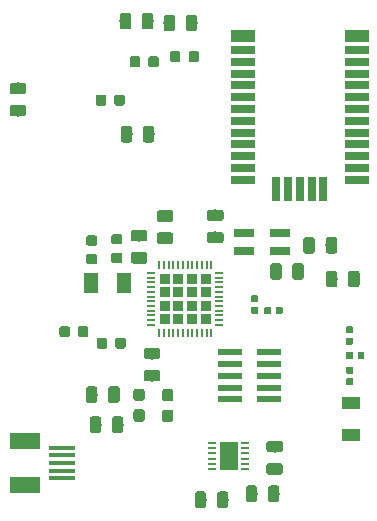
<source format=gbr>
G04 #@! TF.GenerationSoftware,KiCad,Pcbnew,(5.0.1)-rc2*
G04 #@! TF.CreationDate,2019-03-09T00:44:04-07:00*
G04 #@! TF.ProjectId,GPSLogger,4750534C6F676765722E6B696361645F,rev?*
G04 #@! TF.SameCoordinates,Original*
G04 #@! TF.FileFunction,Paste,Top*
G04 #@! TF.FilePolarity,Positive*
%FSLAX46Y46*%
G04 Gerber Fmt 4.6, Leading zero omitted, Abs format (unit mm)*
G04 Created by KiCad (PCBNEW (5.0.1)-rc2) date 3/9/2019 12:44:04 AM*
%MOMM*%
%LPD*%
G01*
G04 APERTURE LIST*
%ADD10C,0.100000*%
%ADD11C,0.975000*%
%ADD12R,0.700000X2.000000*%
%ADD13R,2.000000X0.700000*%
%ADD14R,2.000000X1.000000*%
%ADD15R,0.900000X0.900000*%
%ADD16R,0.680000X0.250000*%
%ADD17R,0.250000X0.680000*%
%ADD18R,2.000000X0.500000*%
%ADD19C,0.875000*%
%ADD20R,1.800000X0.800000*%
%ADD21R,1.600000X1.000000*%
%ADD22C,0.590000*%
%ADD23R,2.500000X1.430000*%
%ADD24R,2.250000X0.400000*%
%ADD25C,0.950000*%
%ADD26R,0.700000X0.250000*%
%ADD27R,1.650000X2.380000*%
%ADD28R,1.300000X1.800000*%
G04 APERTURE END LIST*
D10*
G04 #@! TO.C,C29*
G36*
X202712642Y-53851174D02*
X202736303Y-53854684D01*
X202759507Y-53860496D01*
X202782029Y-53868554D01*
X202803653Y-53878782D01*
X202824170Y-53891079D01*
X202843383Y-53905329D01*
X202861107Y-53921393D01*
X202877171Y-53939117D01*
X202891421Y-53958330D01*
X202903718Y-53978847D01*
X202913946Y-54000471D01*
X202922004Y-54022993D01*
X202927816Y-54046197D01*
X202931326Y-54069858D01*
X202932500Y-54093750D01*
X202932500Y-55006250D01*
X202931326Y-55030142D01*
X202927816Y-55053803D01*
X202922004Y-55077007D01*
X202913946Y-55099529D01*
X202903718Y-55121153D01*
X202891421Y-55141670D01*
X202877171Y-55160883D01*
X202861107Y-55178607D01*
X202843383Y-55194671D01*
X202824170Y-55208921D01*
X202803653Y-55221218D01*
X202782029Y-55231446D01*
X202759507Y-55239504D01*
X202736303Y-55245316D01*
X202712642Y-55248826D01*
X202688750Y-55250000D01*
X202201250Y-55250000D01*
X202177358Y-55248826D01*
X202153697Y-55245316D01*
X202130493Y-55239504D01*
X202107971Y-55231446D01*
X202086347Y-55221218D01*
X202065830Y-55208921D01*
X202046617Y-55194671D01*
X202028893Y-55178607D01*
X202012829Y-55160883D01*
X201998579Y-55141670D01*
X201986282Y-55121153D01*
X201976054Y-55099529D01*
X201967996Y-55077007D01*
X201962184Y-55053803D01*
X201958674Y-55030142D01*
X201957500Y-55006250D01*
X201957500Y-54093750D01*
X201958674Y-54069858D01*
X201962184Y-54046197D01*
X201967996Y-54022993D01*
X201976054Y-54000471D01*
X201986282Y-53978847D01*
X201998579Y-53958330D01*
X202012829Y-53939117D01*
X202028893Y-53921393D01*
X202046617Y-53905329D01*
X202065830Y-53891079D01*
X202086347Y-53878782D01*
X202107971Y-53868554D01*
X202130493Y-53860496D01*
X202153697Y-53854684D01*
X202177358Y-53851174D01*
X202201250Y-53850000D01*
X202688750Y-53850000D01*
X202712642Y-53851174D01*
X202712642Y-53851174D01*
G37*
D11*
X202445000Y-54550000D03*
D10*
G36*
X204587642Y-53851174D02*
X204611303Y-53854684D01*
X204634507Y-53860496D01*
X204657029Y-53868554D01*
X204678653Y-53878782D01*
X204699170Y-53891079D01*
X204718383Y-53905329D01*
X204736107Y-53921393D01*
X204752171Y-53939117D01*
X204766421Y-53958330D01*
X204778718Y-53978847D01*
X204788946Y-54000471D01*
X204797004Y-54022993D01*
X204802816Y-54046197D01*
X204806326Y-54069858D01*
X204807500Y-54093750D01*
X204807500Y-55006250D01*
X204806326Y-55030142D01*
X204802816Y-55053803D01*
X204797004Y-55077007D01*
X204788946Y-55099529D01*
X204778718Y-55121153D01*
X204766421Y-55141670D01*
X204752171Y-55160883D01*
X204736107Y-55178607D01*
X204718383Y-55194671D01*
X204699170Y-55208921D01*
X204678653Y-55221218D01*
X204657029Y-55231446D01*
X204634507Y-55239504D01*
X204611303Y-55245316D01*
X204587642Y-55248826D01*
X204563750Y-55250000D01*
X204076250Y-55250000D01*
X204052358Y-55248826D01*
X204028697Y-55245316D01*
X204005493Y-55239504D01*
X203982971Y-55231446D01*
X203961347Y-55221218D01*
X203940830Y-55208921D01*
X203921617Y-55194671D01*
X203903893Y-55178607D01*
X203887829Y-55160883D01*
X203873579Y-55141670D01*
X203861282Y-55121153D01*
X203851054Y-55099529D01*
X203842996Y-55077007D01*
X203837184Y-55053803D01*
X203833674Y-55030142D01*
X203832500Y-55006250D01*
X203832500Y-54093750D01*
X203833674Y-54069858D01*
X203837184Y-54046197D01*
X203842996Y-54022993D01*
X203851054Y-54000471D01*
X203861282Y-53978847D01*
X203873579Y-53958330D01*
X203887829Y-53939117D01*
X203903893Y-53921393D01*
X203921617Y-53905329D01*
X203940830Y-53891079D01*
X203961347Y-53878782D01*
X203982971Y-53868554D01*
X204005493Y-53860496D01*
X204028697Y-53854684D01*
X204052358Y-53851174D01*
X204076250Y-53850000D01*
X204563750Y-53850000D01*
X204587642Y-53851174D01*
X204587642Y-53851174D01*
G37*
D11*
X204320000Y-54550000D03*
G04 #@! TD*
D12*
G04 #@! TO.C,U1*
X219065000Y-37164800D03*
X220065000Y-37164800D03*
X221065000Y-37164800D03*
X222065000Y-37164800D03*
X218065000Y-37164800D03*
D13*
X224865000Y-36364800D03*
X224865000Y-35364800D03*
X224865000Y-34364800D03*
X224865000Y-33364800D03*
X224865000Y-32364800D03*
X224865000Y-31364800D03*
X224865000Y-30364800D03*
X224865000Y-29364800D03*
X224865000Y-28364800D03*
X224865000Y-27364800D03*
X215265000Y-25364800D03*
X215265000Y-26364800D03*
X215265000Y-27364800D03*
X215265000Y-28364800D03*
X215265000Y-29364800D03*
X215265000Y-30364800D03*
X215265000Y-31364800D03*
X215265000Y-32364800D03*
X215265000Y-33364800D03*
X215265000Y-34364800D03*
X215265000Y-35364800D03*
X215265000Y-36364800D03*
X224865000Y-26364800D03*
X224865000Y-25364800D03*
D14*
X215265000Y-24214800D03*
X224865000Y-24214800D03*
G04 #@! TD*
D10*
G04 #@! TO.C,C1*
G36*
X208023542Y-52457674D02*
X208047203Y-52461184D01*
X208070407Y-52466996D01*
X208092929Y-52475054D01*
X208114553Y-52485282D01*
X208135070Y-52497579D01*
X208154283Y-52511829D01*
X208172007Y-52527893D01*
X208188071Y-52545617D01*
X208202321Y-52564830D01*
X208214618Y-52585347D01*
X208224846Y-52606971D01*
X208232904Y-52629493D01*
X208238716Y-52652697D01*
X208242226Y-52676358D01*
X208243400Y-52700250D01*
X208243400Y-53187750D01*
X208242226Y-53211642D01*
X208238716Y-53235303D01*
X208232904Y-53258507D01*
X208224846Y-53281029D01*
X208214618Y-53302653D01*
X208202321Y-53323170D01*
X208188071Y-53342383D01*
X208172007Y-53360107D01*
X208154283Y-53376171D01*
X208135070Y-53390421D01*
X208114553Y-53402718D01*
X208092929Y-53412946D01*
X208070407Y-53421004D01*
X208047203Y-53426816D01*
X208023542Y-53430326D01*
X207999650Y-53431500D01*
X207087150Y-53431500D01*
X207063258Y-53430326D01*
X207039597Y-53426816D01*
X207016393Y-53421004D01*
X206993871Y-53412946D01*
X206972247Y-53402718D01*
X206951730Y-53390421D01*
X206932517Y-53376171D01*
X206914793Y-53360107D01*
X206898729Y-53342383D01*
X206884479Y-53323170D01*
X206872182Y-53302653D01*
X206861954Y-53281029D01*
X206853896Y-53258507D01*
X206848084Y-53235303D01*
X206844574Y-53211642D01*
X206843400Y-53187750D01*
X206843400Y-52700250D01*
X206844574Y-52676358D01*
X206848084Y-52652697D01*
X206853896Y-52629493D01*
X206861954Y-52606971D01*
X206872182Y-52585347D01*
X206884479Y-52564830D01*
X206898729Y-52545617D01*
X206914793Y-52527893D01*
X206932517Y-52511829D01*
X206951730Y-52497579D01*
X206972247Y-52485282D01*
X206993871Y-52475054D01*
X207016393Y-52466996D01*
X207039597Y-52461184D01*
X207063258Y-52457674D01*
X207087150Y-52456500D01*
X207999650Y-52456500D01*
X208023542Y-52457674D01*
X208023542Y-52457674D01*
G37*
D11*
X207543400Y-52944000D03*
D10*
G36*
X208023542Y-50582674D02*
X208047203Y-50586184D01*
X208070407Y-50591996D01*
X208092929Y-50600054D01*
X208114553Y-50610282D01*
X208135070Y-50622579D01*
X208154283Y-50636829D01*
X208172007Y-50652893D01*
X208188071Y-50670617D01*
X208202321Y-50689830D01*
X208214618Y-50710347D01*
X208224846Y-50731971D01*
X208232904Y-50754493D01*
X208238716Y-50777697D01*
X208242226Y-50801358D01*
X208243400Y-50825250D01*
X208243400Y-51312750D01*
X208242226Y-51336642D01*
X208238716Y-51360303D01*
X208232904Y-51383507D01*
X208224846Y-51406029D01*
X208214618Y-51427653D01*
X208202321Y-51448170D01*
X208188071Y-51467383D01*
X208172007Y-51485107D01*
X208154283Y-51501171D01*
X208135070Y-51515421D01*
X208114553Y-51527718D01*
X208092929Y-51537946D01*
X208070407Y-51546004D01*
X208047203Y-51551816D01*
X208023542Y-51555326D01*
X207999650Y-51556500D01*
X207087150Y-51556500D01*
X207063258Y-51555326D01*
X207039597Y-51551816D01*
X207016393Y-51546004D01*
X206993871Y-51537946D01*
X206972247Y-51527718D01*
X206951730Y-51515421D01*
X206932517Y-51501171D01*
X206914793Y-51485107D01*
X206898729Y-51467383D01*
X206884479Y-51448170D01*
X206872182Y-51427653D01*
X206861954Y-51406029D01*
X206853896Y-51383507D01*
X206848084Y-51360303D01*
X206844574Y-51336642D01*
X206843400Y-51312750D01*
X206843400Y-50825250D01*
X206844574Y-50801358D01*
X206848084Y-50777697D01*
X206853896Y-50754493D01*
X206861954Y-50731971D01*
X206872182Y-50710347D01*
X206884479Y-50689830D01*
X206898729Y-50670617D01*
X206914793Y-50652893D01*
X206932517Y-50636829D01*
X206951730Y-50622579D01*
X206972247Y-50610282D01*
X206993871Y-50600054D01*
X207016393Y-50591996D01*
X207039597Y-50586184D01*
X207063258Y-50582674D01*
X207087150Y-50581500D01*
X207999650Y-50581500D01*
X208023542Y-50582674D01*
X208023542Y-50582674D01*
G37*
D11*
X207543400Y-51069000D03*
G04 #@! TD*
D10*
G04 #@! TO.C,C7*
G36*
X206931342Y-40610874D02*
X206955003Y-40614384D01*
X206978207Y-40620196D01*
X207000729Y-40628254D01*
X207022353Y-40638482D01*
X207042870Y-40650779D01*
X207062083Y-40665029D01*
X207079807Y-40681093D01*
X207095871Y-40698817D01*
X207110121Y-40718030D01*
X207122418Y-40738547D01*
X207132646Y-40760171D01*
X207140704Y-40782693D01*
X207146516Y-40805897D01*
X207150026Y-40829558D01*
X207151200Y-40853450D01*
X207151200Y-41340950D01*
X207150026Y-41364842D01*
X207146516Y-41388503D01*
X207140704Y-41411707D01*
X207132646Y-41434229D01*
X207122418Y-41455853D01*
X207110121Y-41476370D01*
X207095871Y-41495583D01*
X207079807Y-41513307D01*
X207062083Y-41529371D01*
X207042870Y-41543621D01*
X207022353Y-41555918D01*
X207000729Y-41566146D01*
X206978207Y-41574204D01*
X206955003Y-41580016D01*
X206931342Y-41583526D01*
X206907450Y-41584700D01*
X205994950Y-41584700D01*
X205971058Y-41583526D01*
X205947397Y-41580016D01*
X205924193Y-41574204D01*
X205901671Y-41566146D01*
X205880047Y-41555918D01*
X205859530Y-41543621D01*
X205840317Y-41529371D01*
X205822593Y-41513307D01*
X205806529Y-41495583D01*
X205792279Y-41476370D01*
X205779982Y-41455853D01*
X205769754Y-41434229D01*
X205761696Y-41411707D01*
X205755884Y-41388503D01*
X205752374Y-41364842D01*
X205751200Y-41340950D01*
X205751200Y-40853450D01*
X205752374Y-40829558D01*
X205755884Y-40805897D01*
X205761696Y-40782693D01*
X205769754Y-40760171D01*
X205779982Y-40738547D01*
X205792279Y-40718030D01*
X205806529Y-40698817D01*
X205822593Y-40681093D01*
X205840317Y-40665029D01*
X205859530Y-40650779D01*
X205880047Y-40638482D01*
X205901671Y-40628254D01*
X205924193Y-40620196D01*
X205947397Y-40614384D01*
X205971058Y-40610874D01*
X205994950Y-40609700D01*
X206907450Y-40609700D01*
X206931342Y-40610874D01*
X206931342Y-40610874D01*
G37*
D11*
X206451200Y-41097200D03*
D10*
G36*
X206931342Y-42485874D02*
X206955003Y-42489384D01*
X206978207Y-42495196D01*
X207000729Y-42503254D01*
X207022353Y-42513482D01*
X207042870Y-42525779D01*
X207062083Y-42540029D01*
X207079807Y-42556093D01*
X207095871Y-42573817D01*
X207110121Y-42593030D01*
X207122418Y-42613547D01*
X207132646Y-42635171D01*
X207140704Y-42657693D01*
X207146516Y-42680897D01*
X207150026Y-42704558D01*
X207151200Y-42728450D01*
X207151200Y-43215950D01*
X207150026Y-43239842D01*
X207146516Y-43263503D01*
X207140704Y-43286707D01*
X207132646Y-43309229D01*
X207122418Y-43330853D01*
X207110121Y-43351370D01*
X207095871Y-43370583D01*
X207079807Y-43388307D01*
X207062083Y-43404371D01*
X207042870Y-43418621D01*
X207022353Y-43430918D01*
X207000729Y-43441146D01*
X206978207Y-43449204D01*
X206955003Y-43455016D01*
X206931342Y-43458526D01*
X206907450Y-43459700D01*
X205994950Y-43459700D01*
X205971058Y-43458526D01*
X205947397Y-43455016D01*
X205924193Y-43449204D01*
X205901671Y-43441146D01*
X205880047Y-43430918D01*
X205859530Y-43418621D01*
X205840317Y-43404371D01*
X205822593Y-43388307D01*
X205806529Y-43370583D01*
X205792279Y-43351370D01*
X205779982Y-43330853D01*
X205769754Y-43309229D01*
X205761696Y-43286707D01*
X205755884Y-43263503D01*
X205752374Y-43239842D01*
X205751200Y-43215950D01*
X205751200Y-42728450D01*
X205752374Y-42704558D01*
X205755884Y-42680897D01*
X205761696Y-42657693D01*
X205769754Y-42635171D01*
X205779982Y-42613547D01*
X205792279Y-42593030D01*
X205806529Y-42573817D01*
X205822593Y-42556093D01*
X205840317Y-42540029D01*
X205859530Y-42525779D01*
X205880047Y-42513482D01*
X205901671Y-42503254D01*
X205924193Y-42495196D01*
X205947397Y-42489384D01*
X205971058Y-42485874D01*
X205994950Y-42484700D01*
X206907450Y-42484700D01*
X206931342Y-42485874D01*
X206931342Y-42485874D01*
G37*
D11*
X206451200Y-42972200D03*
G04 #@! TD*
D10*
G04 #@! TO.C,C8*
G36*
X224905242Y-44055974D02*
X224928903Y-44059484D01*
X224952107Y-44065296D01*
X224974629Y-44073354D01*
X224996253Y-44083582D01*
X225016770Y-44095879D01*
X225035983Y-44110129D01*
X225053707Y-44126193D01*
X225069771Y-44143917D01*
X225084021Y-44163130D01*
X225096318Y-44183647D01*
X225106546Y-44205271D01*
X225114604Y-44227793D01*
X225120416Y-44250997D01*
X225123926Y-44274658D01*
X225125100Y-44298550D01*
X225125100Y-45211050D01*
X225123926Y-45234942D01*
X225120416Y-45258603D01*
X225114604Y-45281807D01*
X225106546Y-45304329D01*
X225096318Y-45325953D01*
X225084021Y-45346470D01*
X225069771Y-45365683D01*
X225053707Y-45383407D01*
X225035983Y-45399471D01*
X225016770Y-45413721D01*
X224996253Y-45426018D01*
X224974629Y-45436246D01*
X224952107Y-45444304D01*
X224928903Y-45450116D01*
X224905242Y-45453626D01*
X224881350Y-45454800D01*
X224393850Y-45454800D01*
X224369958Y-45453626D01*
X224346297Y-45450116D01*
X224323093Y-45444304D01*
X224300571Y-45436246D01*
X224278947Y-45426018D01*
X224258430Y-45413721D01*
X224239217Y-45399471D01*
X224221493Y-45383407D01*
X224205429Y-45365683D01*
X224191179Y-45346470D01*
X224178882Y-45325953D01*
X224168654Y-45304329D01*
X224160596Y-45281807D01*
X224154784Y-45258603D01*
X224151274Y-45234942D01*
X224150100Y-45211050D01*
X224150100Y-44298550D01*
X224151274Y-44274658D01*
X224154784Y-44250997D01*
X224160596Y-44227793D01*
X224168654Y-44205271D01*
X224178882Y-44183647D01*
X224191179Y-44163130D01*
X224205429Y-44143917D01*
X224221493Y-44126193D01*
X224239217Y-44110129D01*
X224258430Y-44095879D01*
X224278947Y-44083582D01*
X224300571Y-44073354D01*
X224323093Y-44065296D01*
X224346297Y-44059484D01*
X224369958Y-44055974D01*
X224393850Y-44054800D01*
X224881350Y-44054800D01*
X224905242Y-44055974D01*
X224905242Y-44055974D01*
G37*
D11*
X224637600Y-44754800D03*
D10*
G36*
X223030242Y-44055974D02*
X223053903Y-44059484D01*
X223077107Y-44065296D01*
X223099629Y-44073354D01*
X223121253Y-44083582D01*
X223141770Y-44095879D01*
X223160983Y-44110129D01*
X223178707Y-44126193D01*
X223194771Y-44143917D01*
X223209021Y-44163130D01*
X223221318Y-44183647D01*
X223231546Y-44205271D01*
X223239604Y-44227793D01*
X223245416Y-44250997D01*
X223248926Y-44274658D01*
X223250100Y-44298550D01*
X223250100Y-45211050D01*
X223248926Y-45234942D01*
X223245416Y-45258603D01*
X223239604Y-45281807D01*
X223231546Y-45304329D01*
X223221318Y-45325953D01*
X223209021Y-45346470D01*
X223194771Y-45365683D01*
X223178707Y-45383407D01*
X223160983Y-45399471D01*
X223141770Y-45413721D01*
X223121253Y-45426018D01*
X223099629Y-45436246D01*
X223077107Y-45444304D01*
X223053903Y-45450116D01*
X223030242Y-45453626D01*
X223006350Y-45454800D01*
X222518850Y-45454800D01*
X222494958Y-45453626D01*
X222471297Y-45450116D01*
X222448093Y-45444304D01*
X222425571Y-45436246D01*
X222403947Y-45426018D01*
X222383430Y-45413721D01*
X222364217Y-45399471D01*
X222346493Y-45383407D01*
X222330429Y-45365683D01*
X222316179Y-45346470D01*
X222303882Y-45325953D01*
X222293654Y-45304329D01*
X222285596Y-45281807D01*
X222279784Y-45258603D01*
X222276274Y-45234942D01*
X222275100Y-45211050D01*
X222275100Y-44298550D01*
X222276274Y-44274658D01*
X222279784Y-44250997D01*
X222285596Y-44227793D01*
X222293654Y-44205271D01*
X222303882Y-44183647D01*
X222316179Y-44163130D01*
X222330429Y-44143917D01*
X222346493Y-44126193D01*
X222364217Y-44110129D01*
X222383430Y-44095879D01*
X222403947Y-44083582D01*
X222425571Y-44073354D01*
X222448093Y-44065296D01*
X222471297Y-44059484D01*
X222494958Y-44055974D01*
X222518850Y-44054800D01*
X223006350Y-44054800D01*
X223030242Y-44055974D01*
X223030242Y-44055974D01*
G37*
D11*
X222762600Y-44754800D03*
G04 #@! TD*
D10*
G04 #@! TO.C,C9*
G36*
X220190068Y-43409900D02*
X220213729Y-43413410D01*
X220236933Y-43419222D01*
X220259455Y-43427280D01*
X220281079Y-43437508D01*
X220301596Y-43449805D01*
X220320809Y-43464055D01*
X220338533Y-43480119D01*
X220354597Y-43497843D01*
X220368847Y-43517056D01*
X220381144Y-43537573D01*
X220391372Y-43559197D01*
X220399430Y-43581719D01*
X220405242Y-43604923D01*
X220408752Y-43628584D01*
X220409926Y-43652476D01*
X220409926Y-44564976D01*
X220408752Y-44588868D01*
X220405242Y-44612529D01*
X220399430Y-44635733D01*
X220391372Y-44658255D01*
X220381144Y-44679879D01*
X220368847Y-44700396D01*
X220354597Y-44719609D01*
X220338533Y-44737333D01*
X220320809Y-44753397D01*
X220301596Y-44767647D01*
X220281079Y-44779944D01*
X220259455Y-44790172D01*
X220236933Y-44798230D01*
X220213729Y-44804042D01*
X220190068Y-44807552D01*
X220166176Y-44808726D01*
X219678676Y-44808726D01*
X219654784Y-44807552D01*
X219631123Y-44804042D01*
X219607919Y-44798230D01*
X219585397Y-44790172D01*
X219563773Y-44779944D01*
X219543256Y-44767647D01*
X219524043Y-44753397D01*
X219506319Y-44737333D01*
X219490255Y-44719609D01*
X219476005Y-44700396D01*
X219463708Y-44679879D01*
X219453480Y-44658255D01*
X219445422Y-44635733D01*
X219439610Y-44612529D01*
X219436100Y-44588868D01*
X219434926Y-44564976D01*
X219434926Y-43652476D01*
X219436100Y-43628584D01*
X219439610Y-43604923D01*
X219445422Y-43581719D01*
X219453480Y-43559197D01*
X219463708Y-43537573D01*
X219476005Y-43517056D01*
X219490255Y-43497843D01*
X219506319Y-43480119D01*
X219524043Y-43464055D01*
X219543256Y-43449805D01*
X219563773Y-43437508D01*
X219585397Y-43427280D01*
X219607919Y-43419222D01*
X219631123Y-43413410D01*
X219654784Y-43409900D01*
X219678676Y-43408726D01*
X220166176Y-43408726D01*
X220190068Y-43409900D01*
X220190068Y-43409900D01*
G37*
D11*
X219922426Y-44108726D03*
D10*
G36*
X218315068Y-43409900D02*
X218338729Y-43413410D01*
X218361933Y-43419222D01*
X218384455Y-43427280D01*
X218406079Y-43437508D01*
X218426596Y-43449805D01*
X218445809Y-43464055D01*
X218463533Y-43480119D01*
X218479597Y-43497843D01*
X218493847Y-43517056D01*
X218506144Y-43537573D01*
X218516372Y-43559197D01*
X218524430Y-43581719D01*
X218530242Y-43604923D01*
X218533752Y-43628584D01*
X218534926Y-43652476D01*
X218534926Y-44564976D01*
X218533752Y-44588868D01*
X218530242Y-44612529D01*
X218524430Y-44635733D01*
X218516372Y-44658255D01*
X218506144Y-44679879D01*
X218493847Y-44700396D01*
X218479597Y-44719609D01*
X218463533Y-44737333D01*
X218445809Y-44753397D01*
X218426596Y-44767647D01*
X218406079Y-44779944D01*
X218384455Y-44790172D01*
X218361933Y-44798230D01*
X218338729Y-44804042D01*
X218315068Y-44807552D01*
X218291176Y-44808726D01*
X217803676Y-44808726D01*
X217779784Y-44807552D01*
X217756123Y-44804042D01*
X217732919Y-44798230D01*
X217710397Y-44790172D01*
X217688773Y-44779944D01*
X217668256Y-44767647D01*
X217649043Y-44753397D01*
X217631319Y-44737333D01*
X217615255Y-44719609D01*
X217601005Y-44700396D01*
X217588708Y-44679879D01*
X217578480Y-44658255D01*
X217570422Y-44635733D01*
X217564610Y-44612529D01*
X217561100Y-44588868D01*
X217559926Y-44564976D01*
X217559926Y-43652476D01*
X217561100Y-43628584D01*
X217564610Y-43604923D01*
X217570422Y-43581719D01*
X217578480Y-43559197D01*
X217588708Y-43537573D01*
X217601005Y-43517056D01*
X217615255Y-43497843D01*
X217631319Y-43480119D01*
X217649043Y-43464055D01*
X217668256Y-43449805D01*
X217688773Y-43437508D01*
X217710397Y-43427280D01*
X217732919Y-43419222D01*
X217756123Y-43413410D01*
X217779784Y-43409900D01*
X217803676Y-43408726D01*
X218291176Y-43408726D01*
X218315068Y-43409900D01*
X218315068Y-43409900D01*
G37*
D11*
X218047426Y-44108726D03*
G04 #@! TD*
D10*
G04 #@! TO.C,C10*
G36*
X209129568Y-38940700D02*
X209153229Y-38944210D01*
X209176433Y-38950022D01*
X209198955Y-38958080D01*
X209220579Y-38968308D01*
X209241096Y-38980605D01*
X209260309Y-38994855D01*
X209278033Y-39010919D01*
X209294097Y-39028643D01*
X209308347Y-39047856D01*
X209320644Y-39068373D01*
X209330872Y-39089997D01*
X209338930Y-39112519D01*
X209344742Y-39135723D01*
X209348252Y-39159384D01*
X209349426Y-39183276D01*
X209349426Y-39670776D01*
X209348252Y-39694668D01*
X209344742Y-39718329D01*
X209338930Y-39741533D01*
X209330872Y-39764055D01*
X209320644Y-39785679D01*
X209308347Y-39806196D01*
X209294097Y-39825409D01*
X209278033Y-39843133D01*
X209260309Y-39859197D01*
X209241096Y-39873447D01*
X209220579Y-39885744D01*
X209198955Y-39895972D01*
X209176433Y-39904030D01*
X209153229Y-39909842D01*
X209129568Y-39913352D01*
X209105676Y-39914526D01*
X208193176Y-39914526D01*
X208169284Y-39913352D01*
X208145623Y-39909842D01*
X208122419Y-39904030D01*
X208099897Y-39895972D01*
X208078273Y-39885744D01*
X208057756Y-39873447D01*
X208038543Y-39859197D01*
X208020819Y-39843133D01*
X208004755Y-39825409D01*
X207990505Y-39806196D01*
X207978208Y-39785679D01*
X207967980Y-39764055D01*
X207959922Y-39741533D01*
X207954110Y-39718329D01*
X207950600Y-39694668D01*
X207949426Y-39670776D01*
X207949426Y-39183276D01*
X207950600Y-39159384D01*
X207954110Y-39135723D01*
X207959922Y-39112519D01*
X207967980Y-39089997D01*
X207978208Y-39068373D01*
X207990505Y-39047856D01*
X208004755Y-39028643D01*
X208020819Y-39010919D01*
X208038543Y-38994855D01*
X208057756Y-38980605D01*
X208078273Y-38968308D01*
X208099897Y-38958080D01*
X208122419Y-38950022D01*
X208145623Y-38944210D01*
X208169284Y-38940700D01*
X208193176Y-38939526D01*
X209105676Y-38939526D01*
X209129568Y-38940700D01*
X209129568Y-38940700D01*
G37*
D11*
X208649426Y-39427026D03*
D10*
G36*
X209129568Y-40815700D02*
X209153229Y-40819210D01*
X209176433Y-40825022D01*
X209198955Y-40833080D01*
X209220579Y-40843308D01*
X209241096Y-40855605D01*
X209260309Y-40869855D01*
X209278033Y-40885919D01*
X209294097Y-40903643D01*
X209308347Y-40922856D01*
X209320644Y-40943373D01*
X209330872Y-40964997D01*
X209338930Y-40987519D01*
X209344742Y-41010723D01*
X209348252Y-41034384D01*
X209349426Y-41058276D01*
X209349426Y-41545776D01*
X209348252Y-41569668D01*
X209344742Y-41593329D01*
X209338930Y-41616533D01*
X209330872Y-41639055D01*
X209320644Y-41660679D01*
X209308347Y-41681196D01*
X209294097Y-41700409D01*
X209278033Y-41718133D01*
X209260309Y-41734197D01*
X209241096Y-41748447D01*
X209220579Y-41760744D01*
X209198955Y-41770972D01*
X209176433Y-41779030D01*
X209153229Y-41784842D01*
X209129568Y-41788352D01*
X209105676Y-41789526D01*
X208193176Y-41789526D01*
X208169284Y-41788352D01*
X208145623Y-41784842D01*
X208122419Y-41779030D01*
X208099897Y-41770972D01*
X208078273Y-41760744D01*
X208057756Y-41748447D01*
X208038543Y-41734197D01*
X208020819Y-41718133D01*
X208004755Y-41700409D01*
X207990505Y-41681196D01*
X207978208Y-41660679D01*
X207967980Y-41639055D01*
X207959922Y-41616533D01*
X207954110Y-41593329D01*
X207950600Y-41569668D01*
X207949426Y-41545776D01*
X207949426Y-41058276D01*
X207950600Y-41034384D01*
X207954110Y-41010723D01*
X207959922Y-40987519D01*
X207967980Y-40964997D01*
X207978208Y-40943373D01*
X207990505Y-40922856D01*
X208004755Y-40903643D01*
X208020819Y-40885919D01*
X208038543Y-40869855D01*
X208057756Y-40855605D01*
X208078273Y-40843308D01*
X208099897Y-40833080D01*
X208122419Y-40825022D01*
X208145623Y-40819210D01*
X208169284Y-40815700D01*
X208193176Y-40814526D01*
X209105676Y-40814526D01*
X209129568Y-40815700D01*
X209129568Y-40815700D01*
G37*
D11*
X208649426Y-41302026D03*
G04 #@! TD*
D10*
G04 #@! TO.C,D1*
G36*
X211163842Y-22389774D02*
X211187503Y-22393284D01*
X211210707Y-22399096D01*
X211233229Y-22407154D01*
X211254853Y-22417382D01*
X211275370Y-22429679D01*
X211294583Y-22443929D01*
X211312307Y-22459993D01*
X211328371Y-22477717D01*
X211342621Y-22496930D01*
X211354918Y-22517447D01*
X211365146Y-22539071D01*
X211373204Y-22561593D01*
X211379016Y-22584797D01*
X211382526Y-22608458D01*
X211383700Y-22632350D01*
X211383700Y-23544850D01*
X211382526Y-23568742D01*
X211379016Y-23592403D01*
X211373204Y-23615607D01*
X211365146Y-23638129D01*
X211354918Y-23659753D01*
X211342621Y-23680270D01*
X211328371Y-23699483D01*
X211312307Y-23717207D01*
X211294583Y-23733271D01*
X211275370Y-23747521D01*
X211254853Y-23759818D01*
X211233229Y-23770046D01*
X211210707Y-23778104D01*
X211187503Y-23783916D01*
X211163842Y-23787426D01*
X211139950Y-23788600D01*
X210652450Y-23788600D01*
X210628558Y-23787426D01*
X210604897Y-23783916D01*
X210581693Y-23778104D01*
X210559171Y-23770046D01*
X210537547Y-23759818D01*
X210517030Y-23747521D01*
X210497817Y-23733271D01*
X210480093Y-23717207D01*
X210464029Y-23699483D01*
X210449779Y-23680270D01*
X210437482Y-23659753D01*
X210427254Y-23638129D01*
X210419196Y-23615607D01*
X210413384Y-23592403D01*
X210409874Y-23568742D01*
X210408700Y-23544850D01*
X210408700Y-22632350D01*
X210409874Y-22608458D01*
X210413384Y-22584797D01*
X210419196Y-22561593D01*
X210427254Y-22539071D01*
X210437482Y-22517447D01*
X210449779Y-22496930D01*
X210464029Y-22477717D01*
X210480093Y-22459993D01*
X210497817Y-22443929D01*
X210517030Y-22429679D01*
X210537547Y-22417382D01*
X210559171Y-22407154D01*
X210581693Y-22399096D01*
X210604897Y-22393284D01*
X210628558Y-22389774D01*
X210652450Y-22388600D01*
X211139950Y-22388600D01*
X211163842Y-22389774D01*
X211163842Y-22389774D01*
G37*
D11*
X210896200Y-23088600D03*
D10*
G36*
X209288842Y-22389774D02*
X209312503Y-22393284D01*
X209335707Y-22399096D01*
X209358229Y-22407154D01*
X209379853Y-22417382D01*
X209400370Y-22429679D01*
X209419583Y-22443929D01*
X209437307Y-22459993D01*
X209453371Y-22477717D01*
X209467621Y-22496930D01*
X209479918Y-22517447D01*
X209490146Y-22539071D01*
X209498204Y-22561593D01*
X209504016Y-22584797D01*
X209507526Y-22608458D01*
X209508700Y-22632350D01*
X209508700Y-23544850D01*
X209507526Y-23568742D01*
X209504016Y-23592403D01*
X209498204Y-23615607D01*
X209490146Y-23638129D01*
X209479918Y-23659753D01*
X209467621Y-23680270D01*
X209453371Y-23699483D01*
X209437307Y-23717207D01*
X209419583Y-23733271D01*
X209400370Y-23747521D01*
X209379853Y-23759818D01*
X209358229Y-23770046D01*
X209335707Y-23778104D01*
X209312503Y-23783916D01*
X209288842Y-23787426D01*
X209264950Y-23788600D01*
X208777450Y-23788600D01*
X208753558Y-23787426D01*
X208729897Y-23783916D01*
X208706693Y-23778104D01*
X208684171Y-23770046D01*
X208662547Y-23759818D01*
X208642030Y-23747521D01*
X208622817Y-23733271D01*
X208605093Y-23717207D01*
X208589029Y-23699483D01*
X208574779Y-23680270D01*
X208562482Y-23659753D01*
X208552254Y-23638129D01*
X208544196Y-23615607D01*
X208538384Y-23592403D01*
X208534874Y-23568742D01*
X208533700Y-23544850D01*
X208533700Y-22632350D01*
X208534874Y-22608458D01*
X208538384Y-22584797D01*
X208544196Y-22561593D01*
X208552254Y-22539071D01*
X208562482Y-22517447D01*
X208574779Y-22496930D01*
X208589029Y-22477717D01*
X208605093Y-22459993D01*
X208622817Y-22443929D01*
X208642030Y-22429679D01*
X208662547Y-22417382D01*
X208684171Y-22407154D01*
X208706693Y-22399096D01*
X208729897Y-22393284D01*
X208753558Y-22389774D01*
X208777450Y-22388600D01*
X209264950Y-22388600D01*
X209288842Y-22389774D01*
X209288842Y-22389774D01*
G37*
D11*
X209021200Y-23088600D03*
G04 #@! TD*
D10*
G04 #@! TO.C,D2*
G36*
X207442742Y-22237374D02*
X207466403Y-22240884D01*
X207489607Y-22246696D01*
X207512129Y-22254754D01*
X207533753Y-22264982D01*
X207554270Y-22277279D01*
X207573483Y-22291529D01*
X207591207Y-22307593D01*
X207607271Y-22325317D01*
X207621521Y-22344530D01*
X207633818Y-22365047D01*
X207644046Y-22386671D01*
X207652104Y-22409193D01*
X207657916Y-22432397D01*
X207661426Y-22456058D01*
X207662600Y-22479950D01*
X207662600Y-23392450D01*
X207661426Y-23416342D01*
X207657916Y-23440003D01*
X207652104Y-23463207D01*
X207644046Y-23485729D01*
X207633818Y-23507353D01*
X207621521Y-23527870D01*
X207607271Y-23547083D01*
X207591207Y-23564807D01*
X207573483Y-23580871D01*
X207554270Y-23595121D01*
X207533753Y-23607418D01*
X207512129Y-23617646D01*
X207489607Y-23625704D01*
X207466403Y-23631516D01*
X207442742Y-23635026D01*
X207418850Y-23636200D01*
X206931350Y-23636200D01*
X206907458Y-23635026D01*
X206883797Y-23631516D01*
X206860593Y-23625704D01*
X206838071Y-23617646D01*
X206816447Y-23607418D01*
X206795930Y-23595121D01*
X206776717Y-23580871D01*
X206758993Y-23564807D01*
X206742929Y-23547083D01*
X206728679Y-23527870D01*
X206716382Y-23507353D01*
X206706154Y-23485729D01*
X206698096Y-23463207D01*
X206692284Y-23440003D01*
X206688774Y-23416342D01*
X206687600Y-23392450D01*
X206687600Y-22479950D01*
X206688774Y-22456058D01*
X206692284Y-22432397D01*
X206698096Y-22409193D01*
X206706154Y-22386671D01*
X206716382Y-22365047D01*
X206728679Y-22344530D01*
X206742929Y-22325317D01*
X206758993Y-22307593D01*
X206776717Y-22291529D01*
X206795930Y-22277279D01*
X206816447Y-22264982D01*
X206838071Y-22254754D01*
X206860593Y-22246696D01*
X206883797Y-22240884D01*
X206907458Y-22237374D01*
X206931350Y-22236200D01*
X207418850Y-22236200D01*
X207442742Y-22237374D01*
X207442742Y-22237374D01*
G37*
D11*
X207175100Y-22936200D03*
D10*
G36*
X205567742Y-22237374D02*
X205591403Y-22240884D01*
X205614607Y-22246696D01*
X205637129Y-22254754D01*
X205658753Y-22264982D01*
X205679270Y-22277279D01*
X205698483Y-22291529D01*
X205716207Y-22307593D01*
X205732271Y-22325317D01*
X205746521Y-22344530D01*
X205758818Y-22365047D01*
X205769046Y-22386671D01*
X205777104Y-22409193D01*
X205782916Y-22432397D01*
X205786426Y-22456058D01*
X205787600Y-22479950D01*
X205787600Y-23392450D01*
X205786426Y-23416342D01*
X205782916Y-23440003D01*
X205777104Y-23463207D01*
X205769046Y-23485729D01*
X205758818Y-23507353D01*
X205746521Y-23527870D01*
X205732271Y-23547083D01*
X205716207Y-23564807D01*
X205698483Y-23580871D01*
X205679270Y-23595121D01*
X205658753Y-23607418D01*
X205637129Y-23617646D01*
X205614607Y-23625704D01*
X205591403Y-23631516D01*
X205567742Y-23635026D01*
X205543850Y-23636200D01*
X205056350Y-23636200D01*
X205032458Y-23635026D01*
X205008797Y-23631516D01*
X204985593Y-23625704D01*
X204963071Y-23617646D01*
X204941447Y-23607418D01*
X204920930Y-23595121D01*
X204901717Y-23580871D01*
X204883993Y-23564807D01*
X204867929Y-23547083D01*
X204853679Y-23527870D01*
X204841382Y-23507353D01*
X204831154Y-23485729D01*
X204823096Y-23463207D01*
X204817284Y-23440003D01*
X204813774Y-23416342D01*
X204812600Y-23392450D01*
X204812600Y-22479950D01*
X204813774Y-22456058D01*
X204817284Y-22432397D01*
X204823096Y-22409193D01*
X204831154Y-22386671D01*
X204841382Y-22365047D01*
X204853679Y-22344530D01*
X204867929Y-22325317D01*
X204883993Y-22307593D01*
X204901717Y-22291529D01*
X204920930Y-22277279D01*
X204941447Y-22264982D01*
X204963071Y-22254754D01*
X204985593Y-22246696D01*
X205008797Y-22240884D01*
X205032458Y-22237374D01*
X205056350Y-22236200D01*
X205543850Y-22236200D01*
X205567742Y-22237374D01*
X205567742Y-22237374D01*
G37*
D11*
X205300100Y-22936200D03*
G04 #@! TD*
D10*
G04 #@! TO.C,D5*
G36*
X196669742Y-28139474D02*
X196693403Y-28142984D01*
X196716607Y-28148796D01*
X196739129Y-28156854D01*
X196760753Y-28167082D01*
X196781270Y-28179379D01*
X196800483Y-28193629D01*
X196818207Y-28209693D01*
X196834271Y-28227417D01*
X196848521Y-28246630D01*
X196860818Y-28267147D01*
X196871046Y-28288771D01*
X196879104Y-28311293D01*
X196884916Y-28334497D01*
X196888426Y-28358158D01*
X196889600Y-28382050D01*
X196889600Y-28869550D01*
X196888426Y-28893442D01*
X196884916Y-28917103D01*
X196879104Y-28940307D01*
X196871046Y-28962829D01*
X196860818Y-28984453D01*
X196848521Y-29004970D01*
X196834271Y-29024183D01*
X196818207Y-29041907D01*
X196800483Y-29057971D01*
X196781270Y-29072221D01*
X196760753Y-29084518D01*
X196739129Y-29094746D01*
X196716607Y-29102804D01*
X196693403Y-29108616D01*
X196669742Y-29112126D01*
X196645850Y-29113300D01*
X195733350Y-29113300D01*
X195709458Y-29112126D01*
X195685797Y-29108616D01*
X195662593Y-29102804D01*
X195640071Y-29094746D01*
X195618447Y-29084518D01*
X195597930Y-29072221D01*
X195578717Y-29057971D01*
X195560993Y-29041907D01*
X195544929Y-29024183D01*
X195530679Y-29004970D01*
X195518382Y-28984453D01*
X195508154Y-28962829D01*
X195500096Y-28940307D01*
X195494284Y-28917103D01*
X195490774Y-28893442D01*
X195489600Y-28869550D01*
X195489600Y-28382050D01*
X195490774Y-28358158D01*
X195494284Y-28334497D01*
X195500096Y-28311293D01*
X195508154Y-28288771D01*
X195518382Y-28267147D01*
X195530679Y-28246630D01*
X195544929Y-28227417D01*
X195560993Y-28209693D01*
X195578717Y-28193629D01*
X195597930Y-28179379D01*
X195618447Y-28167082D01*
X195640071Y-28156854D01*
X195662593Y-28148796D01*
X195685797Y-28142984D01*
X195709458Y-28139474D01*
X195733350Y-28138300D01*
X196645850Y-28138300D01*
X196669742Y-28139474D01*
X196669742Y-28139474D01*
G37*
D11*
X196189600Y-28625800D03*
D10*
G36*
X196669742Y-30014474D02*
X196693403Y-30017984D01*
X196716607Y-30023796D01*
X196739129Y-30031854D01*
X196760753Y-30042082D01*
X196781270Y-30054379D01*
X196800483Y-30068629D01*
X196818207Y-30084693D01*
X196834271Y-30102417D01*
X196848521Y-30121630D01*
X196860818Y-30142147D01*
X196871046Y-30163771D01*
X196879104Y-30186293D01*
X196884916Y-30209497D01*
X196888426Y-30233158D01*
X196889600Y-30257050D01*
X196889600Y-30744550D01*
X196888426Y-30768442D01*
X196884916Y-30792103D01*
X196879104Y-30815307D01*
X196871046Y-30837829D01*
X196860818Y-30859453D01*
X196848521Y-30879970D01*
X196834271Y-30899183D01*
X196818207Y-30916907D01*
X196800483Y-30932971D01*
X196781270Y-30947221D01*
X196760753Y-30959518D01*
X196739129Y-30969746D01*
X196716607Y-30977804D01*
X196693403Y-30983616D01*
X196669742Y-30987126D01*
X196645850Y-30988300D01*
X195733350Y-30988300D01*
X195709458Y-30987126D01*
X195685797Y-30983616D01*
X195662593Y-30977804D01*
X195640071Y-30969746D01*
X195618447Y-30959518D01*
X195597930Y-30947221D01*
X195578717Y-30932971D01*
X195560993Y-30916907D01*
X195544929Y-30899183D01*
X195530679Y-30879970D01*
X195518382Y-30859453D01*
X195508154Y-30837829D01*
X195500096Y-30815307D01*
X195494284Y-30792103D01*
X195490774Y-30768442D01*
X195489600Y-30744550D01*
X195489600Y-30257050D01*
X195490774Y-30233158D01*
X195494284Y-30209497D01*
X195500096Y-30186293D01*
X195508154Y-30163771D01*
X195518382Y-30142147D01*
X195530679Y-30121630D01*
X195544929Y-30102417D01*
X195560993Y-30084693D01*
X195578717Y-30068629D01*
X195597930Y-30054379D01*
X195618447Y-30042082D01*
X195640071Y-30031854D01*
X195662593Y-30023796D01*
X195685797Y-30017984D01*
X195709458Y-30014474D01*
X195733350Y-30013300D01*
X196645850Y-30013300D01*
X196669742Y-30014474D01*
X196669742Y-30014474D01*
G37*
D11*
X196189600Y-30500800D03*
G04 #@! TD*
D15*
G04 #@! TO.C,U2*
X208638926Y-44720526D03*
X208638926Y-45870526D03*
X208638926Y-47020526D03*
X208638926Y-48170526D03*
X209788926Y-44720526D03*
X209788926Y-45870526D03*
X209788926Y-47020526D03*
X209788926Y-48170526D03*
X210938926Y-44720526D03*
X210938926Y-45870526D03*
X210938926Y-47020526D03*
X210938926Y-48170526D03*
X212088926Y-44720526D03*
X212088926Y-45870526D03*
X212088926Y-47020526D03*
X212088926Y-48170526D03*
D16*
X207503926Y-44245526D03*
X207503926Y-44645526D03*
X207503926Y-45045526D03*
X207503926Y-45445526D03*
X207503926Y-45845526D03*
X207503926Y-46245526D03*
X207503926Y-46645526D03*
X207503926Y-47045526D03*
X207503926Y-47445526D03*
X207503926Y-47845526D03*
X207503926Y-48245526D03*
X207503926Y-48645526D03*
D17*
X208163926Y-49305526D03*
X208563926Y-49305526D03*
X208963926Y-49305526D03*
X209363926Y-49305526D03*
X209763926Y-49305526D03*
X210163926Y-49305526D03*
X210563926Y-49305526D03*
X210963926Y-49305526D03*
X211363926Y-49305526D03*
X211763926Y-49305526D03*
X212163926Y-49305526D03*
X212563926Y-49305526D03*
D16*
X213223926Y-48645526D03*
X213223926Y-48245526D03*
X213223926Y-47845526D03*
X213223926Y-47445526D03*
X213223926Y-47045526D03*
X213223926Y-46645526D03*
X213223926Y-46245526D03*
X213223926Y-45845526D03*
X213223926Y-45445526D03*
X213223926Y-45045526D03*
X213223926Y-44645526D03*
X213223926Y-44245526D03*
D17*
X212563926Y-43585526D03*
X212163926Y-43585526D03*
X211763926Y-43585526D03*
X211363926Y-43585526D03*
X210963926Y-43585526D03*
X210563926Y-43585526D03*
X210163926Y-43585526D03*
X209763926Y-43585526D03*
X209363926Y-43585526D03*
X208963926Y-43585526D03*
X208563926Y-43585526D03*
X208163926Y-43585526D03*
G04 #@! TD*
D18*
G04 #@! TO.C,J2*
X214149526Y-50947926D03*
X217449526Y-50947926D03*
X214149526Y-51947926D03*
X217449526Y-51947926D03*
X214149526Y-52947926D03*
X217449526Y-52947926D03*
X214149526Y-53947926D03*
X217449526Y-53947926D03*
X214149526Y-54947926D03*
X217449526Y-54947926D03*
G04 #@! TD*
D10*
G04 #@! TO.C,C25*
G36*
X204849291Y-40965553D02*
X204870526Y-40968703D01*
X204891350Y-40973919D01*
X204911562Y-40981151D01*
X204930968Y-40990330D01*
X204949381Y-41001366D01*
X204966624Y-41014154D01*
X204982530Y-41028570D01*
X204996946Y-41044476D01*
X205009734Y-41061719D01*
X205020770Y-41080132D01*
X205029949Y-41099538D01*
X205037181Y-41119750D01*
X205042397Y-41140574D01*
X205045547Y-41161809D01*
X205046600Y-41183250D01*
X205046600Y-41620750D01*
X205045547Y-41642191D01*
X205042397Y-41663426D01*
X205037181Y-41684250D01*
X205029949Y-41704462D01*
X205020770Y-41723868D01*
X205009734Y-41742281D01*
X204996946Y-41759524D01*
X204982530Y-41775430D01*
X204966624Y-41789846D01*
X204949381Y-41802634D01*
X204930968Y-41813670D01*
X204911562Y-41822849D01*
X204891350Y-41830081D01*
X204870526Y-41835297D01*
X204849291Y-41838447D01*
X204827850Y-41839500D01*
X204315350Y-41839500D01*
X204293909Y-41838447D01*
X204272674Y-41835297D01*
X204251850Y-41830081D01*
X204231638Y-41822849D01*
X204212232Y-41813670D01*
X204193819Y-41802634D01*
X204176576Y-41789846D01*
X204160670Y-41775430D01*
X204146254Y-41759524D01*
X204133466Y-41742281D01*
X204122430Y-41723868D01*
X204113251Y-41704462D01*
X204106019Y-41684250D01*
X204100803Y-41663426D01*
X204097653Y-41642191D01*
X204096600Y-41620750D01*
X204096600Y-41183250D01*
X204097653Y-41161809D01*
X204100803Y-41140574D01*
X204106019Y-41119750D01*
X204113251Y-41099538D01*
X204122430Y-41080132D01*
X204133466Y-41061719D01*
X204146254Y-41044476D01*
X204160670Y-41028570D01*
X204176576Y-41014154D01*
X204193819Y-41001366D01*
X204212232Y-40990330D01*
X204231638Y-40981151D01*
X204251850Y-40973919D01*
X204272674Y-40968703D01*
X204293909Y-40965553D01*
X204315350Y-40964500D01*
X204827850Y-40964500D01*
X204849291Y-40965553D01*
X204849291Y-40965553D01*
G37*
D19*
X204571600Y-41402000D03*
D10*
G36*
X204849291Y-42540553D02*
X204870526Y-42543703D01*
X204891350Y-42548919D01*
X204911562Y-42556151D01*
X204930968Y-42565330D01*
X204949381Y-42576366D01*
X204966624Y-42589154D01*
X204982530Y-42603570D01*
X204996946Y-42619476D01*
X205009734Y-42636719D01*
X205020770Y-42655132D01*
X205029949Y-42674538D01*
X205037181Y-42694750D01*
X205042397Y-42715574D01*
X205045547Y-42736809D01*
X205046600Y-42758250D01*
X205046600Y-43195750D01*
X205045547Y-43217191D01*
X205042397Y-43238426D01*
X205037181Y-43259250D01*
X205029949Y-43279462D01*
X205020770Y-43298868D01*
X205009734Y-43317281D01*
X204996946Y-43334524D01*
X204982530Y-43350430D01*
X204966624Y-43364846D01*
X204949381Y-43377634D01*
X204930968Y-43388670D01*
X204911562Y-43397849D01*
X204891350Y-43405081D01*
X204870526Y-43410297D01*
X204849291Y-43413447D01*
X204827850Y-43414500D01*
X204315350Y-43414500D01*
X204293909Y-43413447D01*
X204272674Y-43410297D01*
X204251850Y-43405081D01*
X204231638Y-43397849D01*
X204212232Y-43388670D01*
X204193819Y-43377634D01*
X204176576Y-43364846D01*
X204160670Y-43350430D01*
X204146254Y-43334524D01*
X204133466Y-43317281D01*
X204122430Y-43298868D01*
X204113251Y-43279462D01*
X204106019Y-43259250D01*
X204100803Y-43238426D01*
X204097653Y-43217191D01*
X204096600Y-43195750D01*
X204096600Y-42758250D01*
X204097653Y-42736809D01*
X204100803Y-42715574D01*
X204106019Y-42694750D01*
X204113251Y-42674538D01*
X204122430Y-42655132D01*
X204133466Y-42636719D01*
X204146254Y-42619476D01*
X204160670Y-42603570D01*
X204176576Y-42589154D01*
X204193819Y-42576366D01*
X204212232Y-42565330D01*
X204231638Y-42556151D01*
X204251850Y-42548919D01*
X204272674Y-42543703D01*
X204293909Y-42540553D01*
X204315350Y-42539500D01*
X204827850Y-42539500D01*
X204849291Y-42540553D01*
X204849291Y-42540553D01*
G37*
D19*
X204571600Y-42977000D03*
G04 #@! TD*
D10*
G04 #@! TO.C,C26*
G36*
X202715691Y-41067153D02*
X202736926Y-41070303D01*
X202757750Y-41075519D01*
X202777962Y-41082751D01*
X202797368Y-41091930D01*
X202815781Y-41102966D01*
X202833024Y-41115754D01*
X202848930Y-41130170D01*
X202863346Y-41146076D01*
X202876134Y-41163319D01*
X202887170Y-41181732D01*
X202896349Y-41201138D01*
X202903581Y-41221350D01*
X202908797Y-41242174D01*
X202911947Y-41263409D01*
X202913000Y-41284850D01*
X202913000Y-41722350D01*
X202911947Y-41743791D01*
X202908797Y-41765026D01*
X202903581Y-41785850D01*
X202896349Y-41806062D01*
X202887170Y-41825468D01*
X202876134Y-41843881D01*
X202863346Y-41861124D01*
X202848930Y-41877030D01*
X202833024Y-41891446D01*
X202815781Y-41904234D01*
X202797368Y-41915270D01*
X202777962Y-41924449D01*
X202757750Y-41931681D01*
X202736926Y-41936897D01*
X202715691Y-41940047D01*
X202694250Y-41941100D01*
X202181750Y-41941100D01*
X202160309Y-41940047D01*
X202139074Y-41936897D01*
X202118250Y-41931681D01*
X202098038Y-41924449D01*
X202078632Y-41915270D01*
X202060219Y-41904234D01*
X202042976Y-41891446D01*
X202027070Y-41877030D01*
X202012654Y-41861124D01*
X201999866Y-41843881D01*
X201988830Y-41825468D01*
X201979651Y-41806062D01*
X201972419Y-41785850D01*
X201967203Y-41765026D01*
X201964053Y-41743791D01*
X201963000Y-41722350D01*
X201963000Y-41284850D01*
X201964053Y-41263409D01*
X201967203Y-41242174D01*
X201972419Y-41221350D01*
X201979651Y-41201138D01*
X201988830Y-41181732D01*
X201999866Y-41163319D01*
X202012654Y-41146076D01*
X202027070Y-41130170D01*
X202042976Y-41115754D01*
X202060219Y-41102966D01*
X202078632Y-41091930D01*
X202098038Y-41082751D01*
X202118250Y-41075519D01*
X202139074Y-41070303D01*
X202160309Y-41067153D01*
X202181750Y-41066100D01*
X202694250Y-41066100D01*
X202715691Y-41067153D01*
X202715691Y-41067153D01*
G37*
D19*
X202438000Y-41503600D03*
D10*
G36*
X202715691Y-42642153D02*
X202736926Y-42645303D01*
X202757750Y-42650519D01*
X202777962Y-42657751D01*
X202797368Y-42666930D01*
X202815781Y-42677966D01*
X202833024Y-42690754D01*
X202848930Y-42705170D01*
X202863346Y-42721076D01*
X202876134Y-42738319D01*
X202887170Y-42756732D01*
X202896349Y-42776138D01*
X202903581Y-42796350D01*
X202908797Y-42817174D01*
X202911947Y-42838409D01*
X202913000Y-42859850D01*
X202913000Y-43297350D01*
X202911947Y-43318791D01*
X202908797Y-43340026D01*
X202903581Y-43360850D01*
X202896349Y-43381062D01*
X202887170Y-43400468D01*
X202876134Y-43418881D01*
X202863346Y-43436124D01*
X202848930Y-43452030D01*
X202833024Y-43466446D01*
X202815781Y-43479234D01*
X202797368Y-43490270D01*
X202777962Y-43499449D01*
X202757750Y-43506681D01*
X202736926Y-43511897D01*
X202715691Y-43515047D01*
X202694250Y-43516100D01*
X202181750Y-43516100D01*
X202160309Y-43515047D01*
X202139074Y-43511897D01*
X202118250Y-43506681D01*
X202098038Y-43499449D01*
X202078632Y-43490270D01*
X202060219Y-43479234D01*
X202042976Y-43466446D01*
X202027070Y-43452030D01*
X202012654Y-43436124D01*
X201999866Y-43418881D01*
X201988830Y-43400468D01*
X201979651Y-43381062D01*
X201972419Y-43360850D01*
X201967203Y-43340026D01*
X201964053Y-43318791D01*
X201963000Y-43297350D01*
X201963000Y-42859850D01*
X201964053Y-42838409D01*
X201967203Y-42817174D01*
X201972419Y-42796350D01*
X201979651Y-42776138D01*
X201988830Y-42756732D01*
X201999866Y-42738319D01*
X202012654Y-42721076D01*
X202027070Y-42705170D01*
X202042976Y-42690754D01*
X202060219Y-42677966D01*
X202078632Y-42666930D01*
X202098038Y-42657751D01*
X202118250Y-42650519D01*
X202139074Y-42645303D01*
X202160309Y-42642153D01*
X202181750Y-42641100D01*
X202694250Y-42641100D01*
X202715691Y-42642153D01*
X202715691Y-42642153D01*
G37*
D19*
X202438000Y-43078600D03*
G04 #@! TD*
D10*
G04 #@! TO.C,R2*
G36*
X209751891Y-25446753D02*
X209773126Y-25449903D01*
X209793950Y-25455119D01*
X209814162Y-25462351D01*
X209833568Y-25471530D01*
X209851981Y-25482566D01*
X209869224Y-25495354D01*
X209885130Y-25509770D01*
X209899546Y-25525676D01*
X209912334Y-25542919D01*
X209923370Y-25561332D01*
X209932549Y-25580738D01*
X209939781Y-25600950D01*
X209944997Y-25621774D01*
X209948147Y-25643009D01*
X209949200Y-25664450D01*
X209949200Y-26176950D01*
X209948147Y-26198391D01*
X209944997Y-26219626D01*
X209939781Y-26240450D01*
X209932549Y-26260662D01*
X209923370Y-26280068D01*
X209912334Y-26298481D01*
X209899546Y-26315724D01*
X209885130Y-26331630D01*
X209869224Y-26346046D01*
X209851981Y-26358834D01*
X209833568Y-26369870D01*
X209814162Y-26379049D01*
X209793950Y-26386281D01*
X209773126Y-26391497D01*
X209751891Y-26394647D01*
X209730450Y-26395700D01*
X209292950Y-26395700D01*
X209271509Y-26394647D01*
X209250274Y-26391497D01*
X209229450Y-26386281D01*
X209209238Y-26379049D01*
X209189832Y-26369870D01*
X209171419Y-26358834D01*
X209154176Y-26346046D01*
X209138270Y-26331630D01*
X209123854Y-26315724D01*
X209111066Y-26298481D01*
X209100030Y-26280068D01*
X209090851Y-26260662D01*
X209083619Y-26240450D01*
X209078403Y-26219626D01*
X209075253Y-26198391D01*
X209074200Y-26176950D01*
X209074200Y-25664450D01*
X209075253Y-25643009D01*
X209078403Y-25621774D01*
X209083619Y-25600950D01*
X209090851Y-25580738D01*
X209100030Y-25561332D01*
X209111066Y-25542919D01*
X209123854Y-25525676D01*
X209138270Y-25509770D01*
X209154176Y-25495354D01*
X209171419Y-25482566D01*
X209189832Y-25471530D01*
X209209238Y-25462351D01*
X209229450Y-25455119D01*
X209250274Y-25449903D01*
X209271509Y-25446753D01*
X209292950Y-25445700D01*
X209730450Y-25445700D01*
X209751891Y-25446753D01*
X209751891Y-25446753D01*
G37*
D19*
X209511700Y-25920700D03*
D10*
G36*
X211326891Y-25446753D02*
X211348126Y-25449903D01*
X211368950Y-25455119D01*
X211389162Y-25462351D01*
X211408568Y-25471530D01*
X211426981Y-25482566D01*
X211444224Y-25495354D01*
X211460130Y-25509770D01*
X211474546Y-25525676D01*
X211487334Y-25542919D01*
X211498370Y-25561332D01*
X211507549Y-25580738D01*
X211514781Y-25600950D01*
X211519997Y-25621774D01*
X211523147Y-25643009D01*
X211524200Y-25664450D01*
X211524200Y-26176950D01*
X211523147Y-26198391D01*
X211519997Y-26219626D01*
X211514781Y-26240450D01*
X211507549Y-26260662D01*
X211498370Y-26280068D01*
X211487334Y-26298481D01*
X211474546Y-26315724D01*
X211460130Y-26331630D01*
X211444224Y-26346046D01*
X211426981Y-26358834D01*
X211408568Y-26369870D01*
X211389162Y-26379049D01*
X211368950Y-26386281D01*
X211348126Y-26391497D01*
X211326891Y-26394647D01*
X211305450Y-26395700D01*
X210867950Y-26395700D01*
X210846509Y-26394647D01*
X210825274Y-26391497D01*
X210804450Y-26386281D01*
X210784238Y-26379049D01*
X210764832Y-26369870D01*
X210746419Y-26358834D01*
X210729176Y-26346046D01*
X210713270Y-26331630D01*
X210698854Y-26315724D01*
X210686066Y-26298481D01*
X210675030Y-26280068D01*
X210665851Y-26260662D01*
X210658619Y-26240450D01*
X210653403Y-26219626D01*
X210650253Y-26198391D01*
X210649200Y-26176950D01*
X210649200Y-25664450D01*
X210650253Y-25643009D01*
X210653403Y-25621774D01*
X210658619Y-25600950D01*
X210665851Y-25580738D01*
X210675030Y-25561332D01*
X210686066Y-25542919D01*
X210698854Y-25525676D01*
X210713270Y-25509770D01*
X210729176Y-25495354D01*
X210746419Y-25482566D01*
X210764832Y-25471530D01*
X210784238Y-25462351D01*
X210804450Y-25455119D01*
X210825274Y-25449903D01*
X210846509Y-25446753D01*
X210867950Y-25445700D01*
X211305450Y-25445700D01*
X211326891Y-25446753D01*
X211326891Y-25446753D01*
G37*
D19*
X211086700Y-25920700D03*
G04 #@! TD*
D10*
G04 #@! TO.C,R3*
G36*
X207923291Y-25903953D02*
X207944526Y-25907103D01*
X207965350Y-25912319D01*
X207985562Y-25919551D01*
X208004968Y-25928730D01*
X208023381Y-25939766D01*
X208040624Y-25952554D01*
X208056530Y-25966970D01*
X208070946Y-25982876D01*
X208083734Y-26000119D01*
X208094770Y-26018532D01*
X208103949Y-26037938D01*
X208111181Y-26058150D01*
X208116397Y-26078974D01*
X208119547Y-26100209D01*
X208120600Y-26121650D01*
X208120600Y-26634150D01*
X208119547Y-26655591D01*
X208116397Y-26676826D01*
X208111181Y-26697650D01*
X208103949Y-26717862D01*
X208094770Y-26737268D01*
X208083734Y-26755681D01*
X208070946Y-26772924D01*
X208056530Y-26788830D01*
X208040624Y-26803246D01*
X208023381Y-26816034D01*
X208004968Y-26827070D01*
X207985562Y-26836249D01*
X207965350Y-26843481D01*
X207944526Y-26848697D01*
X207923291Y-26851847D01*
X207901850Y-26852900D01*
X207464350Y-26852900D01*
X207442909Y-26851847D01*
X207421674Y-26848697D01*
X207400850Y-26843481D01*
X207380638Y-26836249D01*
X207361232Y-26827070D01*
X207342819Y-26816034D01*
X207325576Y-26803246D01*
X207309670Y-26788830D01*
X207295254Y-26772924D01*
X207282466Y-26755681D01*
X207271430Y-26737268D01*
X207262251Y-26717862D01*
X207255019Y-26697650D01*
X207249803Y-26676826D01*
X207246653Y-26655591D01*
X207245600Y-26634150D01*
X207245600Y-26121650D01*
X207246653Y-26100209D01*
X207249803Y-26078974D01*
X207255019Y-26058150D01*
X207262251Y-26037938D01*
X207271430Y-26018532D01*
X207282466Y-26000119D01*
X207295254Y-25982876D01*
X207309670Y-25966970D01*
X207325576Y-25952554D01*
X207342819Y-25939766D01*
X207361232Y-25928730D01*
X207380638Y-25919551D01*
X207400850Y-25912319D01*
X207421674Y-25907103D01*
X207442909Y-25903953D01*
X207464350Y-25902900D01*
X207901850Y-25902900D01*
X207923291Y-25903953D01*
X207923291Y-25903953D01*
G37*
D19*
X207683100Y-26377900D03*
D10*
G36*
X206348291Y-25903953D02*
X206369526Y-25907103D01*
X206390350Y-25912319D01*
X206410562Y-25919551D01*
X206429968Y-25928730D01*
X206448381Y-25939766D01*
X206465624Y-25952554D01*
X206481530Y-25966970D01*
X206495946Y-25982876D01*
X206508734Y-26000119D01*
X206519770Y-26018532D01*
X206528949Y-26037938D01*
X206536181Y-26058150D01*
X206541397Y-26078974D01*
X206544547Y-26100209D01*
X206545600Y-26121650D01*
X206545600Y-26634150D01*
X206544547Y-26655591D01*
X206541397Y-26676826D01*
X206536181Y-26697650D01*
X206528949Y-26717862D01*
X206519770Y-26737268D01*
X206508734Y-26755681D01*
X206495946Y-26772924D01*
X206481530Y-26788830D01*
X206465624Y-26803246D01*
X206448381Y-26816034D01*
X206429968Y-26827070D01*
X206410562Y-26836249D01*
X206390350Y-26843481D01*
X206369526Y-26848697D01*
X206348291Y-26851847D01*
X206326850Y-26852900D01*
X205889350Y-26852900D01*
X205867909Y-26851847D01*
X205846674Y-26848697D01*
X205825850Y-26843481D01*
X205805638Y-26836249D01*
X205786232Y-26827070D01*
X205767819Y-26816034D01*
X205750576Y-26803246D01*
X205734670Y-26788830D01*
X205720254Y-26772924D01*
X205707466Y-26755681D01*
X205696430Y-26737268D01*
X205687251Y-26717862D01*
X205680019Y-26697650D01*
X205674803Y-26676826D01*
X205671653Y-26655591D01*
X205670600Y-26634150D01*
X205670600Y-26121650D01*
X205671653Y-26100209D01*
X205674803Y-26078974D01*
X205680019Y-26058150D01*
X205687251Y-26037938D01*
X205696430Y-26018532D01*
X205707466Y-26000119D01*
X205720254Y-25982876D01*
X205734670Y-25966970D01*
X205750576Y-25952554D01*
X205767819Y-25939766D01*
X205786232Y-25928730D01*
X205805638Y-25919551D01*
X205825850Y-25912319D01*
X205846674Y-25907103D01*
X205867909Y-25903953D01*
X205889350Y-25902900D01*
X206326850Y-25902900D01*
X206348291Y-25903953D01*
X206348291Y-25903953D01*
G37*
D19*
X206108100Y-26377900D03*
G04 #@! TD*
D10*
G04 #@! TO.C,R6*
G36*
X203465391Y-29142453D02*
X203486626Y-29145603D01*
X203507450Y-29150819D01*
X203527662Y-29158051D01*
X203547068Y-29167230D01*
X203565481Y-29178266D01*
X203582724Y-29191054D01*
X203598630Y-29205470D01*
X203613046Y-29221376D01*
X203625834Y-29238619D01*
X203636870Y-29257032D01*
X203646049Y-29276438D01*
X203653281Y-29296650D01*
X203658497Y-29317474D01*
X203661647Y-29338709D01*
X203662700Y-29360150D01*
X203662700Y-29872650D01*
X203661647Y-29894091D01*
X203658497Y-29915326D01*
X203653281Y-29936150D01*
X203646049Y-29956362D01*
X203636870Y-29975768D01*
X203625834Y-29994181D01*
X203613046Y-30011424D01*
X203598630Y-30027330D01*
X203582724Y-30041746D01*
X203565481Y-30054534D01*
X203547068Y-30065570D01*
X203527662Y-30074749D01*
X203507450Y-30081981D01*
X203486626Y-30087197D01*
X203465391Y-30090347D01*
X203443950Y-30091400D01*
X203006450Y-30091400D01*
X202985009Y-30090347D01*
X202963774Y-30087197D01*
X202942950Y-30081981D01*
X202922738Y-30074749D01*
X202903332Y-30065570D01*
X202884919Y-30054534D01*
X202867676Y-30041746D01*
X202851770Y-30027330D01*
X202837354Y-30011424D01*
X202824566Y-29994181D01*
X202813530Y-29975768D01*
X202804351Y-29956362D01*
X202797119Y-29936150D01*
X202791903Y-29915326D01*
X202788753Y-29894091D01*
X202787700Y-29872650D01*
X202787700Y-29360150D01*
X202788753Y-29338709D01*
X202791903Y-29317474D01*
X202797119Y-29296650D01*
X202804351Y-29276438D01*
X202813530Y-29257032D01*
X202824566Y-29238619D01*
X202837354Y-29221376D01*
X202851770Y-29205470D01*
X202867676Y-29191054D01*
X202884919Y-29178266D01*
X202903332Y-29167230D01*
X202922738Y-29158051D01*
X202942950Y-29150819D01*
X202963774Y-29145603D01*
X202985009Y-29142453D01*
X203006450Y-29141400D01*
X203443950Y-29141400D01*
X203465391Y-29142453D01*
X203465391Y-29142453D01*
G37*
D19*
X203225200Y-29616400D03*
D10*
G36*
X205040391Y-29142453D02*
X205061626Y-29145603D01*
X205082450Y-29150819D01*
X205102662Y-29158051D01*
X205122068Y-29167230D01*
X205140481Y-29178266D01*
X205157724Y-29191054D01*
X205173630Y-29205470D01*
X205188046Y-29221376D01*
X205200834Y-29238619D01*
X205211870Y-29257032D01*
X205221049Y-29276438D01*
X205228281Y-29296650D01*
X205233497Y-29317474D01*
X205236647Y-29338709D01*
X205237700Y-29360150D01*
X205237700Y-29872650D01*
X205236647Y-29894091D01*
X205233497Y-29915326D01*
X205228281Y-29936150D01*
X205221049Y-29956362D01*
X205211870Y-29975768D01*
X205200834Y-29994181D01*
X205188046Y-30011424D01*
X205173630Y-30027330D01*
X205157724Y-30041746D01*
X205140481Y-30054534D01*
X205122068Y-30065570D01*
X205102662Y-30074749D01*
X205082450Y-30081981D01*
X205061626Y-30087197D01*
X205040391Y-30090347D01*
X205018950Y-30091400D01*
X204581450Y-30091400D01*
X204560009Y-30090347D01*
X204538774Y-30087197D01*
X204517950Y-30081981D01*
X204497738Y-30074749D01*
X204478332Y-30065570D01*
X204459919Y-30054534D01*
X204442676Y-30041746D01*
X204426770Y-30027330D01*
X204412354Y-30011424D01*
X204399566Y-29994181D01*
X204388530Y-29975768D01*
X204379351Y-29956362D01*
X204372119Y-29936150D01*
X204366903Y-29915326D01*
X204363753Y-29894091D01*
X204362700Y-29872650D01*
X204362700Y-29360150D01*
X204363753Y-29338709D01*
X204366903Y-29317474D01*
X204372119Y-29296650D01*
X204379351Y-29276438D01*
X204388530Y-29257032D01*
X204399566Y-29238619D01*
X204412354Y-29221376D01*
X204426770Y-29205470D01*
X204442676Y-29191054D01*
X204459919Y-29178266D01*
X204478332Y-29167230D01*
X204497738Y-29158051D01*
X204517950Y-29150819D01*
X204538774Y-29145603D01*
X204560009Y-29142453D01*
X204581450Y-29141400D01*
X205018950Y-29141400D01*
X205040391Y-29142453D01*
X205040391Y-29142453D01*
G37*
D19*
X204800200Y-29616400D03*
G04 #@! TD*
D10*
G04 #@! TO.C,R10*
G36*
X201966991Y-48751253D02*
X201988226Y-48754403D01*
X202009050Y-48759619D01*
X202029262Y-48766851D01*
X202048668Y-48776030D01*
X202067081Y-48787066D01*
X202084324Y-48799854D01*
X202100230Y-48814270D01*
X202114646Y-48830176D01*
X202127434Y-48847419D01*
X202138470Y-48865832D01*
X202147649Y-48885238D01*
X202154881Y-48905450D01*
X202160097Y-48926274D01*
X202163247Y-48947509D01*
X202164300Y-48968950D01*
X202164300Y-49481450D01*
X202163247Y-49502891D01*
X202160097Y-49524126D01*
X202154881Y-49544950D01*
X202147649Y-49565162D01*
X202138470Y-49584568D01*
X202127434Y-49602981D01*
X202114646Y-49620224D01*
X202100230Y-49636130D01*
X202084324Y-49650546D01*
X202067081Y-49663334D01*
X202048668Y-49674370D01*
X202029262Y-49683549D01*
X202009050Y-49690781D01*
X201988226Y-49695997D01*
X201966991Y-49699147D01*
X201945550Y-49700200D01*
X201508050Y-49700200D01*
X201486609Y-49699147D01*
X201465374Y-49695997D01*
X201444550Y-49690781D01*
X201424338Y-49683549D01*
X201404932Y-49674370D01*
X201386519Y-49663334D01*
X201369276Y-49650546D01*
X201353370Y-49636130D01*
X201338954Y-49620224D01*
X201326166Y-49602981D01*
X201315130Y-49584568D01*
X201305951Y-49565162D01*
X201298719Y-49544950D01*
X201293503Y-49524126D01*
X201290353Y-49502891D01*
X201289300Y-49481450D01*
X201289300Y-48968950D01*
X201290353Y-48947509D01*
X201293503Y-48926274D01*
X201298719Y-48905450D01*
X201305951Y-48885238D01*
X201315130Y-48865832D01*
X201326166Y-48847419D01*
X201338954Y-48830176D01*
X201353370Y-48814270D01*
X201369276Y-48799854D01*
X201386519Y-48787066D01*
X201404932Y-48776030D01*
X201424338Y-48766851D01*
X201444550Y-48759619D01*
X201465374Y-48754403D01*
X201486609Y-48751253D01*
X201508050Y-48750200D01*
X201945550Y-48750200D01*
X201966991Y-48751253D01*
X201966991Y-48751253D01*
G37*
D19*
X201726800Y-49225200D03*
D10*
G36*
X200391991Y-48751253D02*
X200413226Y-48754403D01*
X200434050Y-48759619D01*
X200454262Y-48766851D01*
X200473668Y-48776030D01*
X200492081Y-48787066D01*
X200509324Y-48799854D01*
X200525230Y-48814270D01*
X200539646Y-48830176D01*
X200552434Y-48847419D01*
X200563470Y-48865832D01*
X200572649Y-48885238D01*
X200579881Y-48905450D01*
X200585097Y-48926274D01*
X200588247Y-48947509D01*
X200589300Y-48968950D01*
X200589300Y-49481450D01*
X200588247Y-49502891D01*
X200585097Y-49524126D01*
X200579881Y-49544950D01*
X200572649Y-49565162D01*
X200563470Y-49584568D01*
X200552434Y-49602981D01*
X200539646Y-49620224D01*
X200525230Y-49636130D01*
X200509324Y-49650546D01*
X200492081Y-49663334D01*
X200473668Y-49674370D01*
X200454262Y-49683549D01*
X200434050Y-49690781D01*
X200413226Y-49695997D01*
X200391991Y-49699147D01*
X200370550Y-49700200D01*
X199933050Y-49700200D01*
X199911609Y-49699147D01*
X199890374Y-49695997D01*
X199869550Y-49690781D01*
X199849338Y-49683549D01*
X199829932Y-49674370D01*
X199811519Y-49663334D01*
X199794276Y-49650546D01*
X199778370Y-49636130D01*
X199763954Y-49620224D01*
X199751166Y-49602981D01*
X199740130Y-49584568D01*
X199730951Y-49565162D01*
X199723719Y-49544950D01*
X199718503Y-49524126D01*
X199715353Y-49502891D01*
X199714300Y-49481450D01*
X199714300Y-48968950D01*
X199715353Y-48947509D01*
X199718503Y-48926274D01*
X199723719Y-48905450D01*
X199730951Y-48885238D01*
X199740130Y-48865832D01*
X199751166Y-48847419D01*
X199763954Y-48830176D01*
X199778370Y-48814270D01*
X199794276Y-48799854D01*
X199811519Y-48787066D01*
X199829932Y-48776030D01*
X199849338Y-48766851D01*
X199869550Y-48759619D01*
X199890374Y-48754403D01*
X199911609Y-48751253D01*
X199933050Y-48750200D01*
X200370550Y-48750200D01*
X200391991Y-48751253D01*
X200391991Y-48751253D01*
G37*
D19*
X200151800Y-49225200D03*
G04 #@! TD*
D10*
G04 #@! TO.C,R11*
G36*
X205116591Y-49716453D02*
X205137826Y-49719603D01*
X205158650Y-49724819D01*
X205178862Y-49732051D01*
X205198268Y-49741230D01*
X205216681Y-49752266D01*
X205233924Y-49765054D01*
X205249830Y-49779470D01*
X205264246Y-49795376D01*
X205277034Y-49812619D01*
X205288070Y-49831032D01*
X205297249Y-49850438D01*
X205304481Y-49870650D01*
X205309697Y-49891474D01*
X205312847Y-49912709D01*
X205313900Y-49934150D01*
X205313900Y-50446650D01*
X205312847Y-50468091D01*
X205309697Y-50489326D01*
X205304481Y-50510150D01*
X205297249Y-50530362D01*
X205288070Y-50549768D01*
X205277034Y-50568181D01*
X205264246Y-50585424D01*
X205249830Y-50601330D01*
X205233924Y-50615746D01*
X205216681Y-50628534D01*
X205198268Y-50639570D01*
X205178862Y-50648749D01*
X205158650Y-50655981D01*
X205137826Y-50661197D01*
X205116591Y-50664347D01*
X205095150Y-50665400D01*
X204657650Y-50665400D01*
X204636209Y-50664347D01*
X204614974Y-50661197D01*
X204594150Y-50655981D01*
X204573938Y-50648749D01*
X204554532Y-50639570D01*
X204536119Y-50628534D01*
X204518876Y-50615746D01*
X204502970Y-50601330D01*
X204488554Y-50585424D01*
X204475766Y-50568181D01*
X204464730Y-50549768D01*
X204455551Y-50530362D01*
X204448319Y-50510150D01*
X204443103Y-50489326D01*
X204439953Y-50468091D01*
X204438900Y-50446650D01*
X204438900Y-49934150D01*
X204439953Y-49912709D01*
X204443103Y-49891474D01*
X204448319Y-49870650D01*
X204455551Y-49850438D01*
X204464730Y-49831032D01*
X204475766Y-49812619D01*
X204488554Y-49795376D01*
X204502970Y-49779470D01*
X204518876Y-49765054D01*
X204536119Y-49752266D01*
X204554532Y-49741230D01*
X204573938Y-49732051D01*
X204594150Y-49724819D01*
X204614974Y-49719603D01*
X204636209Y-49716453D01*
X204657650Y-49715400D01*
X205095150Y-49715400D01*
X205116591Y-49716453D01*
X205116591Y-49716453D01*
G37*
D19*
X204876400Y-50190400D03*
D10*
G36*
X203541591Y-49716453D02*
X203562826Y-49719603D01*
X203583650Y-49724819D01*
X203603862Y-49732051D01*
X203623268Y-49741230D01*
X203641681Y-49752266D01*
X203658924Y-49765054D01*
X203674830Y-49779470D01*
X203689246Y-49795376D01*
X203702034Y-49812619D01*
X203713070Y-49831032D01*
X203722249Y-49850438D01*
X203729481Y-49870650D01*
X203734697Y-49891474D01*
X203737847Y-49912709D01*
X203738900Y-49934150D01*
X203738900Y-50446650D01*
X203737847Y-50468091D01*
X203734697Y-50489326D01*
X203729481Y-50510150D01*
X203722249Y-50530362D01*
X203713070Y-50549768D01*
X203702034Y-50568181D01*
X203689246Y-50585424D01*
X203674830Y-50601330D01*
X203658924Y-50615746D01*
X203641681Y-50628534D01*
X203623268Y-50639570D01*
X203603862Y-50648749D01*
X203583650Y-50655981D01*
X203562826Y-50661197D01*
X203541591Y-50664347D01*
X203520150Y-50665400D01*
X203082650Y-50665400D01*
X203061209Y-50664347D01*
X203039974Y-50661197D01*
X203019150Y-50655981D01*
X202998938Y-50648749D01*
X202979532Y-50639570D01*
X202961119Y-50628534D01*
X202943876Y-50615746D01*
X202927970Y-50601330D01*
X202913554Y-50585424D01*
X202900766Y-50568181D01*
X202889730Y-50549768D01*
X202880551Y-50530362D01*
X202873319Y-50510150D01*
X202868103Y-50489326D01*
X202864953Y-50468091D01*
X202863900Y-50446650D01*
X202863900Y-49934150D01*
X202864953Y-49912709D01*
X202868103Y-49891474D01*
X202873319Y-49870650D01*
X202880551Y-49850438D01*
X202889730Y-49831032D01*
X202900766Y-49812619D01*
X202913554Y-49795376D01*
X202927970Y-49779470D01*
X202943876Y-49765054D01*
X202961119Y-49752266D01*
X202979532Y-49741230D01*
X202998938Y-49732051D01*
X203019150Y-49724819D01*
X203039974Y-49719603D01*
X203061209Y-49716453D01*
X203082650Y-49715400D01*
X203520150Y-49715400D01*
X203541591Y-49716453D01*
X203541591Y-49716453D01*
G37*
D19*
X203301400Y-50190400D03*
G04 #@! TD*
D20*
G04 #@! TO.C,Y1*
X215364926Y-40856126D03*
X218364926Y-40856126D03*
X215364926Y-42356126D03*
X218364926Y-42356126D03*
G04 #@! TD*
D10*
G04 #@! TO.C,C2*
G36*
X207531642Y-31813174D02*
X207555303Y-31816684D01*
X207578507Y-31822496D01*
X207601029Y-31830554D01*
X207622653Y-31840782D01*
X207643170Y-31853079D01*
X207662383Y-31867329D01*
X207680107Y-31883393D01*
X207696171Y-31901117D01*
X207710421Y-31920330D01*
X207722718Y-31940847D01*
X207732946Y-31962471D01*
X207741004Y-31984993D01*
X207746816Y-32008197D01*
X207750326Y-32031858D01*
X207751500Y-32055750D01*
X207751500Y-32968250D01*
X207750326Y-32992142D01*
X207746816Y-33015803D01*
X207741004Y-33039007D01*
X207732946Y-33061529D01*
X207722718Y-33083153D01*
X207710421Y-33103670D01*
X207696171Y-33122883D01*
X207680107Y-33140607D01*
X207662383Y-33156671D01*
X207643170Y-33170921D01*
X207622653Y-33183218D01*
X207601029Y-33193446D01*
X207578507Y-33201504D01*
X207555303Y-33207316D01*
X207531642Y-33210826D01*
X207507750Y-33212000D01*
X207020250Y-33212000D01*
X206996358Y-33210826D01*
X206972697Y-33207316D01*
X206949493Y-33201504D01*
X206926971Y-33193446D01*
X206905347Y-33183218D01*
X206884830Y-33170921D01*
X206865617Y-33156671D01*
X206847893Y-33140607D01*
X206831829Y-33122883D01*
X206817579Y-33103670D01*
X206805282Y-33083153D01*
X206795054Y-33061529D01*
X206786996Y-33039007D01*
X206781184Y-33015803D01*
X206777674Y-32992142D01*
X206776500Y-32968250D01*
X206776500Y-32055750D01*
X206777674Y-32031858D01*
X206781184Y-32008197D01*
X206786996Y-31984993D01*
X206795054Y-31962471D01*
X206805282Y-31940847D01*
X206817579Y-31920330D01*
X206831829Y-31901117D01*
X206847893Y-31883393D01*
X206865617Y-31867329D01*
X206884830Y-31853079D01*
X206905347Y-31840782D01*
X206926971Y-31830554D01*
X206949493Y-31822496D01*
X206972697Y-31816684D01*
X206996358Y-31813174D01*
X207020250Y-31812000D01*
X207507750Y-31812000D01*
X207531642Y-31813174D01*
X207531642Y-31813174D01*
G37*
D11*
X207264000Y-32512000D03*
D10*
G36*
X205656642Y-31813174D02*
X205680303Y-31816684D01*
X205703507Y-31822496D01*
X205726029Y-31830554D01*
X205747653Y-31840782D01*
X205768170Y-31853079D01*
X205787383Y-31867329D01*
X205805107Y-31883393D01*
X205821171Y-31901117D01*
X205835421Y-31920330D01*
X205847718Y-31940847D01*
X205857946Y-31962471D01*
X205866004Y-31984993D01*
X205871816Y-32008197D01*
X205875326Y-32031858D01*
X205876500Y-32055750D01*
X205876500Y-32968250D01*
X205875326Y-32992142D01*
X205871816Y-33015803D01*
X205866004Y-33039007D01*
X205857946Y-33061529D01*
X205847718Y-33083153D01*
X205835421Y-33103670D01*
X205821171Y-33122883D01*
X205805107Y-33140607D01*
X205787383Y-33156671D01*
X205768170Y-33170921D01*
X205747653Y-33183218D01*
X205726029Y-33193446D01*
X205703507Y-33201504D01*
X205680303Y-33207316D01*
X205656642Y-33210826D01*
X205632750Y-33212000D01*
X205145250Y-33212000D01*
X205121358Y-33210826D01*
X205097697Y-33207316D01*
X205074493Y-33201504D01*
X205051971Y-33193446D01*
X205030347Y-33183218D01*
X205009830Y-33170921D01*
X204990617Y-33156671D01*
X204972893Y-33140607D01*
X204956829Y-33122883D01*
X204942579Y-33103670D01*
X204930282Y-33083153D01*
X204920054Y-33061529D01*
X204911996Y-33039007D01*
X204906184Y-33015803D01*
X204902674Y-32992142D01*
X204901500Y-32968250D01*
X204901500Y-32055750D01*
X204902674Y-32031858D01*
X204906184Y-32008197D01*
X204911996Y-31984993D01*
X204920054Y-31962471D01*
X204930282Y-31940847D01*
X204942579Y-31920330D01*
X204956829Y-31901117D01*
X204972893Y-31883393D01*
X204990617Y-31867329D01*
X205009830Y-31853079D01*
X205030347Y-31840782D01*
X205051971Y-31830554D01*
X205074493Y-31822496D01*
X205097697Y-31816684D01*
X205121358Y-31813174D01*
X205145250Y-31812000D01*
X205632750Y-31812000D01*
X205656642Y-31813174D01*
X205656642Y-31813174D01*
G37*
D11*
X205389000Y-32512000D03*
G04 #@! TD*
D10*
G04 #@! TO.C,C3*
G36*
X221120642Y-41211174D02*
X221144303Y-41214684D01*
X221167507Y-41220496D01*
X221190029Y-41228554D01*
X221211653Y-41238782D01*
X221232170Y-41251079D01*
X221251383Y-41265329D01*
X221269107Y-41281393D01*
X221285171Y-41299117D01*
X221299421Y-41318330D01*
X221311718Y-41338847D01*
X221321946Y-41360471D01*
X221330004Y-41382993D01*
X221335816Y-41406197D01*
X221339326Y-41429858D01*
X221340500Y-41453750D01*
X221340500Y-42366250D01*
X221339326Y-42390142D01*
X221335816Y-42413803D01*
X221330004Y-42437007D01*
X221321946Y-42459529D01*
X221311718Y-42481153D01*
X221299421Y-42501670D01*
X221285171Y-42520883D01*
X221269107Y-42538607D01*
X221251383Y-42554671D01*
X221232170Y-42568921D01*
X221211653Y-42581218D01*
X221190029Y-42591446D01*
X221167507Y-42599504D01*
X221144303Y-42605316D01*
X221120642Y-42608826D01*
X221096750Y-42610000D01*
X220609250Y-42610000D01*
X220585358Y-42608826D01*
X220561697Y-42605316D01*
X220538493Y-42599504D01*
X220515971Y-42591446D01*
X220494347Y-42581218D01*
X220473830Y-42568921D01*
X220454617Y-42554671D01*
X220436893Y-42538607D01*
X220420829Y-42520883D01*
X220406579Y-42501670D01*
X220394282Y-42481153D01*
X220384054Y-42459529D01*
X220375996Y-42437007D01*
X220370184Y-42413803D01*
X220366674Y-42390142D01*
X220365500Y-42366250D01*
X220365500Y-41453750D01*
X220366674Y-41429858D01*
X220370184Y-41406197D01*
X220375996Y-41382993D01*
X220384054Y-41360471D01*
X220394282Y-41338847D01*
X220406579Y-41318330D01*
X220420829Y-41299117D01*
X220436893Y-41281393D01*
X220454617Y-41265329D01*
X220473830Y-41251079D01*
X220494347Y-41238782D01*
X220515971Y-41228554D01*
X220538493Y-41220496D01*
X220561697Y-41214684D01*
X220585358Y-41211174D01*
X220609250Y-41210000D01*
X221096750Y-41210000D01*
X221120642Y-41211174D01*
X221120642Y-41211174D01*
G37*
D11*
X220853000Y-41910000D03*
D10*
G36*
X222995642Y-41211174D02*
X223019303Y-41214684D01*
X223042507Y-41220496D01*
X223065029Y-41228554D01*
X223086653Y-41238782D01*
X223107170Y-41251079D01*
X223126383Y-41265329D01*
X223144107Y-41281393D01*
X223160171Y-41299117D01*
X223174421Y-41318330D01*
X223186718Y-41338847D01*
X223196946Y-41360471D01*
X223205004Y-41382993D01*
X223210816Y-41406197D01*
X223214326Y-41429858D01*
X223215500Y-41453750D01*
X223215500Y-42366250D01*
X223214326Y-42390142D01*
X223210816Y-42413803D01*
X223205004Y-42437007D01*
X223196946Y-42459529D01*
X223186718Y-42481153D01*
X223174421Y-42501670D01*
X223160171Y-42520883D01*
X223144107Y-42538607D01*
X223126383Y-42554671D01*
X223107170Y-42568921D01*
X223086653Y-42581218D01*
X223065029Y-42591446D01*
X223042507Y-42599504D01*
X223019303Y-42605316D01*
X222995642Y-42608826D01*
X222971750Y-42610000D01*
X222484250Y-42610000D01*
X222460358Y-42608826D01*
X222436697Y-42605316D01*
X222413493Y-42599504D01*
X222390971Y-42591446D01*
X222369347Y-42581218D01*
X222348830Y-42568921D01*
X222329617Y-42554671D01*
X222311893Y-42538607D01*
X222295829Y-42520883D01*
X222281579Y-42501670D01*
X222269282Y-42481153D01*
X222259054Y-42459529D01*
X222250996Y-42437007D01*
X222245184Y-42413803D01*
X222241674Y-42390142D01*
X222240500Y-42366250D01*
X222240500Y-41453750D01*
X222241674Y-41429858D01*
X222245184Y-41406197D01*
X222250996Y-41382993D01*
X222259054Y-41360471D01*
X222269282Y-41338847D01*
X222281579Y-41318330D01*
X222295829Y-41299117D01*
X222311893Y-41281393D01*
X222329617Y-41265329D01*
X222348830Y-41251079D01*
X222369347Y-41238782D01*
X222390971Y-41228554D01*
X222413493Y-41220496D01*
X222436697Y-41214684D01*
X222460358Y-41211174D01*
X222484250Y-41210000D01*
X222971750Y-41210000D01*
X222995642Y-41211174D01*
X222995642Y-41211174D01*
G37*
D11*
X222728000Y-41910000D03*
G04 #@! TD*
D10*
G04 #@! TO.C,C5*
G36*
X213384068Y-40758674D02*
X213407729Y-40762184D01*
X213430933Y-40767996D01*
X213453455Y-40776054D01*
X213475079Y-40786282D01*
X213495596Y-40798579D01*
X213514809Y-40812829D01*
X213532533Y-40828893D01*
X213548597Y-40846617D01*
X213562847Y-40865830D01*
X213575144Y-40886347D01*
X213585372Y-40907971D01*
X213593430Y-40930493D01*
X213599242Y-40953697D01*
X213602752Y-40977358D01*
X213603926Y-41001250D01*
X213603926Y-41488750D01*
X213602752Y-41512642D01*
X213599242Y-41536303D01*
X213593430Y-41559507D01*
X213585372Y-41582029D01*
X213575144Y-41603653D01*
X213562847Y-41624170D01*
X213548597Y-41643383D01*
X213532533Y-41661107D01*
X213514809Y-41677171D01*
X213495596Y-41691421D01*
X213475079Y-41703718D01*
X213453455Y-41713946D01*
X213430933Y-41722004D01*
X213407729Y-41727816D01*
X213384068Y-41731326D01*
X213360176Y-41732500D01*
X212447676Y-41732500D01*
X212423784Y-41731326D01*
X212400123Y-41727816D01*
X212376919Y-41722004D01*
X212354397Y-41713946D01*
X212332773Y-41703718D01*
X212312256Y-41691421D01*
X212293043Y-41677171D01*
X212275319Y-41661107D01*
X212259255Y-41643383D01*
X212245005Y-41624170D01*
X212232708Y-41603653D01*
X212222480Y-41582029D01*
X212214422Y-41559507D01*
X212208610Y-41536303D01*
X212205100Y-41512642D01*
X212203926Y-41488750D01*
X212203926Y-41001250D01*
X212205100Y-40977358D01*
X212208610Y-40953697D01*
X212214422Y-40930493D01*
X212222480Y-40907971D01*
X212232708Y-40886347D01*
X212245005Y-40865830D01*
X212259255Y-40846617D01*
X212275319Y-40828893D01*
X212293043Y-40812829D01*
X212312256Y-40798579D01*
X212332773Y-40786282D01*
X212354397Y-40776054D01*
X212376919Y-40767996D01*
X212400123Y-40762184D01*
X212423784Y-40758674D01*
X212447676Y-40757500D01*
X213360176Y-40757500D01*
X213384068Y-40758674D01*
X213384068Y-40758674D01*
G37*
D11*
X212903926Y-41245000D03*
D10*
G36*
X213384068Y-38883674D02*
X213407729Y-38887184D01*
X213430933Y-38892996D01*
X213453455Y-38901054D01*
X213475079Y-38911282D01*
X213495596Y-38923579D01*
X213514809Y-38937829D01*
X213532533Y-38953893D01*
X213548597Y-38971617D01*
X213562847Y-38990830D01*
X213575144Y-39011347D01*
X213585372Y-39032971D01*
X213593430Y-39055493D01*
X213599242Y-39078697D01*
X213602752Y-39102358D01*
X213603926Y-39126250D01*
X213603926Y-39613750D01*
X213602752Y-39637642D01*
X213599242Y-39661303D01*
X213593430Y-39684507D01*
X213585372Y-39707029D01*
X213575144Y-39728653D01*
X213562847Y-39749170D01*
X213548597Y-39768383D01*
X213532533Y-39786107D01*
X213514809Y-39802171D01*
X213495596Y-39816421D01*
X213475079Y-39828718D01*
X213453455Y-39838946D01*
X213430933Y-39847004D01*
X213407729Y-39852816D01*
X213384068Y-39856326D01*
X213360176Y-39857500D01*
X212447676Y-39857500D01*
X212423784Y-39856326D01*
X212400123Y-39852816D01*
X212376919Y-39847004D01*
X212354397Y-39838946D01*
X212332773Y-39828718D01*
X212312256Y-39816421D01*
X212293043Y-39802171D01*
X212275319Y-39786107D01*
X212259255Y-39768383D01*
X212245005Y-39749170D01*
X212232708Y-39728653D01*
X212222480Y-39707029D01*
X212214422Y-39684507D01*
X212208610Y-39661303D01*
X212205100Y-39637642D01*
X212203926Y-39613750D01*
X212203926Y-39126250D01*
X212205100Y-39102358D01*
X212208610Y-39078697D01*
X212214422Y-39055493D01*
X212222480Y-39032971D01*
X212232708Y-39011347D01*
X212245005Y-38990830D01*
X212259255Y-38971617D01*
X212275319Y-38953893D01*
X212293043Y-38937829D01*
X212312256Y-38923579D01*
X212332773Y-38911282D01*
X212354397Y-38901054D01*
X212376919Y-38892996D01*
X212400123Y-38887184D01*
X212423784Y-38883674D01*
X212447676Y-38882500D01*
X213360176Y-38882500D01*
X213384068Y-38883674D01*
X213384068Y-38883674D01*
G37*
D11*
X212903926Y-39370000D03*
G04 #@! TD*
D21*
G04 #@! TO.C,ANT1*
X224370900Y-57937380D03*
X224370900Y-55237380D03*
G04 #@! TD*
D10*
G04 #@! TO.C,C24*
G36*
X216427318Y-46152290D02*
X216441636Y-46154414D01*
X216455677Y-46157931D01*
X216469306Y-46162808D01*
X216482391Y-46168997D01*
X216494807Y-46176438D01*
X216506433Y-46185061D01*
X216517158Y-46194782D01*
X216526879Y-46205507D01*
X216535502Y-46217133D01*
X216542943Y-46229549D01*
X216549132Y-46242634D01*
X216554009Y-46256263D01*
X216557526Y-46270304D01*
X216559650Y-46284622D01*
X216560360Y-46299080D01*
X216560360Y-46594080D01*
X216559650Y-46608538D01*
X216557526Y-46622856D01*
X216554009Y-46636897D01*
X216549132Y-46650526D01*
X216542943Y-46663611D01*
X216535502Y-46676027D01*
X216526879Y-46687653D01*
X216517158Y-46698378D01*
X216506433Y-46708099D01*
X216494807Y-46716722D01*
X216482391Y-46724163D01*
X216469306Y-46730352D01*
X216455677Y-46735229D01*
X216441636Y-46738746D01*
X216427318Y-46740870D01*
X216412860Y-46741580D01*
X216067860Y-46741580D01*
X216053402Y-46740870D01*
X216039084Y-46738746D01*
X216025043Y-46735229D01*
X216011414Y-46730352D01*
X215998329Y-46724163D01*
X215985913Y-46716722D01*
X215974287Y-46708099D01*
X215963562Y-46698378D01*
X215953841Y-46687653D01*
X215945218Y-46676027D01*
X215937777Y-46663611D01*
X215931588Y-46650526D01*
X215926711Y-46636897D01*
X215923194Y-46622856D01*
X215921070Y-46608538D01*
X215920360Y-46594080D01*
X215920360Y-46299080D01*
X215921070Y-46284622D01*
X215923194Y-46270304D01*
X215926711Y-46256263D01*
X215931588Y-46242634D01*
X215937777Y-46229549D01*
X215945218Y-46217133D01*
X215953841Y-46205507D01*
X215963562Y-46194782D01*
X215974287Y-46185061D01*
X215985913Y-46176438D01*
X215998329Y-46168997D01*
X216011414Y-46162808D01*
X216025043Y-46157931D01*
X216039084Y-46154414D01*
X216053402Y-46152290D01*
X216067860Y-46151580D01*
X216412860Y-46151580D01*
X216427318Y-46152290D01*
X216427318Y-46152290D01*
G37*
D22*
X216240360Y-46446580D03*
D10*
G36*
X216427318Y-47122290D02*
X216441636Y-47124414D01*
X216455677Y-47127931D01*
X216469306Y-47132808D01*
X216482391Y-47138997D01*
X216494807Y-47146438D01*
X216506433Y-47155061D01*
X216517158Y-47164782D01*
X216526879Y-47175507D01*
X216535502Y-47187133D01*
X216542943Y-47199549D01*
X216549132Y-47212634D01*
X216554009Y-47226263D01*
X216557526Y-47240304D01*
X216559650Y-47254622D01*
X216560360Y-47269080D01*
X216560360Y-47564080D01*
X216559650Y-47578538D01*
X216557526Y-47592856D01*
X216554009Y-47606897D01*
X216549132Y-47620526D01*
X216542943Y-47633611D01*
X216535502Y-47646027D01*
X216526879Y-47657653D01*
X216517158Y-47668378D01*
X216506433Y-47678099D01*
X216494807Y-47686722D01*
X216482391Y-47694163D01*
X216469306Y-47700352D01*
X216455677Y-47705229D01*
X216441636Y-47708746D01*
X216427318Y-47710870D01*
X216412860Y-47711580D01*
X216067860Y-47711580D01*
X216053402Y-47710870D01*
X216039084Y-47708746D01*
X216025043Y-47705229D01*
X216011414Y-47700352D01*
X215998329Y-47694163D01*
X215985913Y-47686722D01*
X215974287Y-47678099D01*
X215963562Y-47668378D01*
X215953841Y-47657653D01*
X215945218Y-47646027D01*
X215937777Y-47633611D01*
X215931588Y-47620526D01*
X215926711Y-47606897D01*
X215923194Y-47592856D01*
X215921070Y-47578538D01*
X215920360Y-47564080D01*
X215920360Y-47269080D01*
X215921070Y-47254622D01*
X215923194Y-47240304D01*
X215926711Y-47226263D01*
X215931588Y-47212634D01*
X215937777Y-47199549D01*
X215945218Y-47187133D01*
X215953841Y-47175507D01*
X215963562Y-47164782D01*
X215974287Y-47155061D01*
X215985913Y-47146438D01*
X215998329Y-47138997D01*
X216011414Y-47132808D01*
X216025043Y-47127931D01*
X216039084Y-47124414D01*
X216053402Y-47122290D01*
X216067860Y-47121580D01*
X216412860Y-47121580D01*
X216427318Y-47122290D01*
X216427318Y-47122290D01*
G37*
D22*
X216240360Y-47416580D03*
G04 #@! TD*
D10*
G04 #@! TO.C,C27*
G36*
X224441018Y-49735950D02*
X224455336Y-49738074D01*
X224469377Y-49741591D01*
X224483006Y-49746468D01*
X224496091Y-49752657D01*
X224508507Y-49760098D01*
X224520133Y-49768721D01*
X224530858Y-49778442D01*
X224540579Y-49789167D01*
X224549202Y-49800793D01*
X224556643Y-49813209D01*
X224562832Y-49826294D01*
X224567709Y-49839923D01*
X224571226Y-49853964D01*
X224573350Y-49868282D01*
X224574060Y-49882740D01*
X224574060Y-50177740D01*
X224573350Y-50192198D01*
X224571226Y-50206516D01*
X224567709Y-50220557D01*
X224562832Y-50234186D01*
X224556643Y-50247271D01*
X224549202Y-50259687D01*
X224540579Y-50271313D01*
X224530858Y-50282038D01*
X224520133Y-50291759D01*
X224508507Y-50300382D01*
X224496091Y-50307823D01*
X224483006Y-50314012D01*
X224469377Y-50318889D01*
X224455336Y-50322406D01*
X224441018Y-50324530D01*
X224426560Y-50325240D01*
X224081560Y-50325240D01*
X224067102Y-50324530D01*
X224052784Y-50322406D01*
X224038743Y-50318889D01*
X224025114Y-50314012D01*
X224012029Y-50307823D01*
X223999613Y-50300382D01*
X223987987Y-50291759D01*
X223977262Y-50282038D01*
X223967541Y-50271313D01*
X223958918Y-50259687D01*
X223951477Y-50247271D01*
X223945288Y-50234186D01*
X223940411Y-50220557D01*
X223936894Y-50206516D01*
X223934770Y-50192198D01*
X223934060Y-50177740D01*
X223934060Y-49882740D01*
X223934770Y-49868282D01*
X223936894Y-49853964D01*
X223940411Y-49839923D01*
X223945288Y-49826294D01*
X223951477Y-49813209D01*
X223958918Y-49800793D01*
X223967541Y-49789167D01*
X223977262Y-49778442D01*
X223987987Y-49768721D01*
X223999613Y-49760098D01*
X224012029Y-49752657D01*
X224025114Y-49746468D01*
X224038743Y-49741591D01*
X224052784Y-49738074D01*
X224067102Y-49735950D01*
X224081560Y-49735240D01*
X224426560Y-49735240D01*
X224441018Y-49735950D01*
X224441018Y-49735950D01*
G37*
D22*
X224254060Y-50030240D03*
D10*
G36*
X224441018Y-48765950D02*
X224455336Y-48768074D01*
X224469377Y-48771591D01*
X224483006Y-48776468D01*
X224496091Y-48782657D01*
X224508507Y-48790098D01*
X224520133Y-48798721D01*
X224530858Y-48808442D01*
X224540579Y-48819167D01*
X224549202Y-48830793D01*
X224556643Y-48843209D01*
X224562832Y-48856294D01*
X224567709Y-48869923D01*
X224571226Y-48883964D01*
X224573350Y-48898282D01*
X224574060Y-48912740D01*
X224574060Y-49207740D01*
X224573350Y-49222198D01*
X224571226Y-49236516D01*
X224567709Y-49250557D01*
X224562832Y-49264186D01*
X224556643Y-49277271D01*
X224549202Y-49289687D01*
X224540579Y-49301313D01*
X224530858Y-49312038D01*
X224520133Y-49321759D01*
X224508507Y-49330382D01*
X224496091Y-49337823D01*
X224483006Y-49344012D01*
X224469377Y-49348889D01*
X224455336Y-49352406D01*
X224441018Y-49354530D01*
X224426560Y-49355240D01*
X224081560Y-49355240D01*
X224067102Y-49354530D01*
X224052784Y-49352406D01*
X224038743Y-49348889D01*
X224025114Y-49344012D01*
X224012029Y-49337823D01*
X223999613Y-49330382D01*
X223987987Y-49321759D01*
X223977262Y-49312038D01*
X223967541Y-49301313D01*
X223958918Y-49289687D01*
X223951477Y-49277271D01*
X223945288Y-49264186D01*
X223940411Y-49250557D01*
X223936894Y-49236516D01*
X223934770Y-49222198D01*
X223934060Y-49207740D01*
X223934060Y-48912740D01*
X223934770Y-48898282D01*
X223936894Y-48883964D01*
X223940411Y-48869923D01*
X223945288Y-48856294D01*
X223951477Y-48843209D01*
X223958918Y-48830793D01*
X223967541Y-48819167D01*
X223977262Y-48808442D01*
X223987987Y-48798721D01*
X223999613Y-48790098D01*
X224012029Y-48782657D01*
X224025114Y-48776468D01*
X224038743Y-48771591D01*
X224052784Y-48768074D01*
X224067102Y-48765950D01*
X224081560Y-48765240D01*
X224426560Y-48765240D01*
X224441018Y-48765950D01*
X224441018Y-48765950D01*
G37*
D22*
X224254060Y-49060240D03*
G04 #@! TD*
D10*
G04 #@! TO.C,L3*
G36*
X217502138Y-47110130D02*
X217516456Y-47112254D01*
X217530497Y-47115771D01*
X217544126Y-47120648D01*
X217557211Y-47126837D01*
X217569627Y-47134278D01*
X217581253Y-47142901D01*
X217591978Y-47152622D01*
X217601699Y-47163347D01*
X217610322Y-47174973D01*
X217617763Y-47187389D01*
X217623952Y-47200474D01*
X217628829Y-47214103D01*
X217632346Y-47228144D01*
X217634470Y-47242462D01*
X217635180Y-47256920D01*
X217635180Y-47601920D01*
X217634470Y-47616378D01*
X217632346Y-47630696D01*
X217628829Y-47644737D01*
X217623952Y-47658366D01*
X217617763Y-47671451D01*
X217610322Y-47683867D01*
X217601699Y-47695493D01*
X217591978Y-47706218D01*
X217581253Y-47715939D01*
X217569627Y-47724562D01*
X217557211Y-47732003D01*
X217544126Y-47738192D01*
X217530497Y-47743069D01*
X217516456Y-47746586D01*
X217502138Y-47748710D01*
X217487680Y-47749420D01*
X217192680Y-47749420D01*
X217178222Y-47748710D01*
X217163904Y-47746586D01*
X217149863Y-47743069D01*
X217136234Y-47738192D01*
X217123149Y-47732003D01*
X217110733Y-47724562D01*
X217099107Y-47715939D01*
X217088382Y-47706218D01*
X217078661Y-47695493D01*
X217070038Y-47683867D01*
X217062597Y-47671451D01*
X217056408Y-47658366D01*
X217051531Y-47644737D01*
X217048014Y-47630696D01*
X217045890Y-47616378D01*
X217045180Y-47601920D01*
X217045180Y-47256920D01*
X217045890Y-47242462D01*
X217048014Y-47228144D01*
X217051531Y-47214103D01*
X217056408Y-47200474D01*
X217062597Y-47187389D01*
X217070038Y-47174973D01*
X217078661Y-47163347D01*
X217088382Y-47152622D01*
X217099107Y-47142901D01*
X217110733Y-47134278D01*
X217123149Y-47126837D01*
X217136234Y-47120648D01*
X217149863Y-47115771D01*
X217163904Y-47112254D01*
X217178222Y-47110130D01*
X217192680Y-47109420D01*
X217487680Y-47109420D01*
X217502138Y-47110130D01*
X217502138Y-47110130D01*
G37*
D22*
X217340180Y-47429420D03*
D10*
G36*
X218472138Y-47110130D02*
X218486456Y-47112254D01*
X218500497Y-47115771D01*
X218514126Y-47120648D01*
X218527211Y-47126837D01*
X218539627Y-47134278D01*
X218551253Y-47142901D01*
X218561978Y-47152622D01*
X218571699Y-47163347D01*
X218580322Y-47174973D01*
X218587763Y-47187389D01*
X218593952Y-47200474D01*
X218598829Y-47214103D01*
X218602346Y-47228144D01*
X218604470Y-47242462D01*
X218605180Y-47256920D01*
X218605180Y-47601920D01*
X218604470Y-47616378D01*
X218602346Y-47630696D01*
X218598829Y-47644737D01*
X218593952Y-47658366D01*
X218587763Y-47671451D01*
X218580322Y-47683867D01*
X218571699Y-47695493D01*
X218561978Y-47706218D01*
X218551253Y-47715939D01*
X218539627Y-47724562D01*
X218527211Y-47732003D01*
X218514126Y-47738192D01*
X218500497Y-47743069D01*
X218486456Y-47746586D01*
X218472138Y-47748710D01*
X218457680Y-47749420D01*
X218162680Y-47749420D01*
X218148222Y-47748710D01*
X218133904Y-47746586D01*
X218119863Y-47743069D01*
X218106234Y-47738192D01*
X218093149Y-47732003D01*
X218080733Y-47724562D01*
X218069107Y-47715939D01*
X218058382Y-47706218D01*
X218048661Y-47695493D01*
X218040038Y-47683867D01*
X218032597Y-47671451D01*
X218026408Y-47658366D01*
X218021531Y-47644737D01*
X218018014Y-47630696D01*
X218015890Y-47616378D01*
X218015180Y-47601920D01*
X218015180Y-47256920D01*
X218015890Y-47242462D01*
X218018014Y-47228144D01*
X218021531Y-47214103D01*
X218026408Y-47200474D01*
X218032597Y-47187389D01*
X218040038Y-47174973D01*
X218048661Y-47163347D01*
X218058382Y-47152622D01*
X218069107Y-47142901D01*
X218080733Y-47134278D01*
X218093149Y-47126837D01*
X218106234Y-47120648D01*
X218119863Y-47115771D01*
X218133904Y-47112254D01*
X218148222Y-47110130D01*
X218162680Y-47109420D01*
X218457680Y-47109420D01*
X218472138Y-47110130D01*
X218472138Y-47110130D01*
G37*
D22*
X218310180Y-47429420D03*
G04 #@! TD*
D10*
G04 #@! TO.C,L4*
G36*
X224468958Y-52192270D02*
X224483276Y-52194394D01*
X224497317Y-52197911D01*
X224510946Y-52202788D01*
X224524031Y-52208977D01*
X224536447Y-52216418D01*
X224548073Y-52225041D01*
X224558798Y-52234762D01*
X224568519Y-52245487D01*
X224577142Y-52257113D01*
X224584583Y-52269529D01*
X224590772Y-52282614D01*
X224595649Y-52296243D01*
X224599166Y-52310284D01*
X224601290Y-52324602D01*
X224602000Y-52339060D01*
X224602000Y-52634060D01*
X224601290Y-52648518D01*
X224599166Y-52662836D01*
X224595649Y-52676877D01*
X224590772Y-52690506D01*
X224584583Y-52703591D01*
X224577142Y-52716007D01*
X224568519Y-52727633D01*
X224558798Y-52738358D01*
X224548073Y-52748079D01*
X224536447Y-52756702D01*
X224524031Y-52764143D01*
X224510946Y-52770332D01*
X224497317Y-52775209D01*
X224483276Y-52778726D01*
X224468958Y-52780850D01*
X224454500Y-52781560D01*
X224109500Y-52781560D01*
X224095042Y-52780850D01*
X224080724Y-52778726D01*
X224066683Y-52775209D01*
X224053054Y-52770332D01*
X224039969Y-52764143D01*
X224027553Y-52756702D01*
X224015927Y-52748079D01*
X224005202Y-52738358D01*
X223995481Y-52727633D01*
X223986858Y-52716007D01*
X223979417Y-52703591D01*
X223973228Y-52690506D01*
X223968351Y-52676877D01*
X223964834Y-52662836D01*
X223962710Y-52648518D01*
X223962000Y-52634060D01*
X223962000Y-52339060D01*
X223962710Y-52324602D01*
X223964834Y-52310284D01*
X223968351Y-52296243D01*
X223973228Y-52282614D01*
X223979417Y-52269529D01*
X223986858Y-52257113D01*
X223995481Y-52245487D01*
X224005202Y-52234762D01*
X224015927Y-52225041D01*
X224027553Y-52216418D01*
X224039969Y-52208977D01*
X224053054Y-52202788D01*
X224066683Y-52197911D01*
X224080724Y-52194394D01*
X224095042Y-52192270D01*
X224109500Y-52191560D01*
X224454500Y-52191560D01*
X224468958Y-52192270D01*
X224468958Y-52192270D01*
G37*
D22*
X224282000Y-52486560D03*
D10*
G36*
X224468958Y-53162270D02*
X224483276Y-53164394D01*
X224497317Y-53167911D01*
X224510946Y-53172788D01*
X224524031Y-53178977D01*
X224536447Y-53186418D01*
X224548073Y-53195041D01*
X224558798Y-53204762D01*
X224568519Y-53215487D01*
X224577142Y-53227113D01*
X224584583Y-53239529D01*
X224590772Y-53252614D01*
X224595649Y-53266243D01*
X224599166Y-53280284D01*
X224601290Y-53294602D01*
X224602000Y-53309060D01*
X224602000Y-53604060D01*
X224601290Y-53618518D01*
X224599166Y-53632836D01*
X224595649Y-53646877D01*
X224590772Y-53660506D01*
X224584583Y-53673591D01*
X224577142Y-53686007D01*
X224568519Y-53697633D01*
X224558798Y-53708358D01*
X224548073Y-53718079D01*
X224536447Y-53726702D01*
X224524031Y-53734143D01*
X224510946Y-53740332D01*
X224497317Y-53745209D01*
X224483276Y-53748726D01*
X224468958Y-53750850D01*
X224454500Y-53751560D01*
X224109500Y-53751560D01*
X224095042Y-53750850D01*
X224080724Y-53748726D01*
X224066683Y-53745209D01*
X224053054Y-53740332D01*
X224039969Y-53734143D01*
X224027553Y-53726702D01*
X224015927Y-53718079D01*
X224005202Y-53708358D01*
X223995481Y-53697633D01*
X223986858Y-53686007D01*
X223979417Y-53673591D01*
X223973228Y-53660506D01*
X223968351Y-53646877D01*
X223964834Y-53632836D01*
X223962710Y-53618518D01*
X223962000Y-53604060D01*
X223962000Y-53309060D01*
X223962710Y-53294602D01*
X223964834Y-53280284D01*
X223968351Y-53266243D01*
X223973228Y-53252614D01*
X223979417Y-53239529D01*
X223986858Y-53227113D01*
X223995481Y-53215487D01*
X224005202Y-53204762D01*
X224015927Y-53195041D01*
X224027553Y-53186418D01*
X224039969Y-53178977D01*
X224053054Y-53172788D01*
X224066683Y-53167911D01*
X224080724Y-53164394D01*
X224095042Y-53162270D01*
X224109500Y-53161560D01*
X224454500Y-53161560D01*
X224468958Y-53162270D01*
X224468958Y-53162270D01*
G37*
D22*
X224282000Y-53456560D03*
G04 #@! TD*
D10*
G04 #@! TO.C,L5*
G36*
X224434078Y-50907430D02*
X224448396Y-50909554D01*
X224462437Y-50913071D01*
X224476066Y-50917948D01*
X224489151Y-50924137D01*
X224501567Y-50931578D01*
X224513193Y-50940201D01*
X224523918Y-50949922D01*
X224533639Y-50960647D01*
X224542262Y-50972273D01*
X224549703Y-50984689D01*
X224555892Y-50997774D01*
X224560769Y-51011403D01*
X224564286Y-51025444D01*
X224566410Y-51039762D01*
X224567120Y-51054220D01*
X224567120Y-51399220D01*
X224566410Y-51413678D01*
X224564286Y-51427996D01*
X224560769Y-51442037D01*
X224555892Y-51455666D01*
X224549703Y-51468751D01*
X224542262Y-51481167D01*
X224533639Y-51492793D01*
X224523918Y-51503518D01*
X224513193Y-51513239D01*
X224501567Y-51521862D01*
X224489151Y-51529303D01*
X224476066Y-51535492D01*
X224462437Y-51540369D01*
X224448396Y-51543886D01*
X224434078Y-51546010D01*
X224419620Y-51546720D01*
X224124620Y-51546720D01*
X224110162Y-51546010D01*
X224095844Y-51543886D01*
X224081803Y-51540369D01*
X224068174Y-51535492D01*
X224055089Y-51529303D01*
X224042673Y-51521862D01*
X224031047Y-51513239D01*
X224020322Y-51503518D01*
X224010601Y-51492793D01*
X224001978Y-51481167D01*
X223994537Y-51468751D01*
X223988348Y-51455666D01*
X223983471Y-51442037D01*
X223979954Y-51427996D01*
X223977830Y-51413678D01*
X223977120Y-51399220D01*
X223977120Y-51054220D01*
X223977830Y-51039762D01*
X223979954Y-51025444D01*
X223983471Y-51011403D01*
X223988348Y-50997774D01*
X223994537Y-50984689D01*
X224001978Y-50972273D01*
X224010601Y-50960647D01*
X224020322Y-50949922D01*
X224031047Y-50940201D01*
X224042673Y-50931578D01*
X224055089Y-50924137D01*
X224068174Y-50917948D01*
X224081803Y-50913071D01*
X224095844Y-50909554D01*
X224110162Y-50907430D01*
X224124620Y-50906720D01*
X224419620Y-50906720D01*
X224434078Y-50907430D01*
X224434078Y-50907430D01*
G37*
D22*
X224272120Y-51226720D03*
D10*
G36*
X225404078Y-50907430D02*
X225418396Y-50909554D01*
X225432437Y-50913071D01*
X225446066Y-50917948D01*
X225459151Y-50924137D01*
X225471567Y-50931578D01*
X225483193Y-50940201D01*
X225493918Y-50949922D01*
X225503639Y-50960647D01*
X225512262Y-50972273D01*
X225519703Y-50984689D01*
X225525892Y-50997774D01*
X225530769Y-51011403D01*
X225534286Y-51025444D01*
X225536410Y-51039762D01*
X225537120Y-51054220D01*
X225537120Y-51399220D01*
X225536410Y-51413678D01*
X225534286Y-51427996D01*
X225530769Y-51442037D01*
X225525892Y-51455666D01*
X225519703Y-51468751D01*
X225512262Y-51481167D01*
X225503639Y-51492793D01*
X225493918Y-51503518D01*
X225483193Y-51513239D01*
X225471567Y-51521862D01*
X225459151Y-51529303D01*
X225446066Y-51535492D01*
X225432437Y-51540369D01*
X225418396Y-51543886D01*
X225404078Y-51546010D01*
X225389620Y-51546720D01*
X225094620Y-51546720D01*
X225080162Y-51546010D01*
X225065844Y-51543886D01*
X225051803Y-51540369D01*
X225038174Y-51535492D01*
X225025089Y-51529303D01*
X225012673Y-51521862D01*
X225001047Y-51513239D01*
X224990322Y-51503518D01*
X224980601Y-51492793D01*
X224971978Y-51481167D01*
X224964537Y-51468751D01*
X224958348Y-51455666D01*
X224953471Y-51442037D01*
X224949954Y-51427996D01*
X224947830Y-51413678D01*
X224947120Y-51399220D01*
X224947120Y-51054220D01*
X224947830Y-51039762D01*
X224949954Y-51025444D01*
X224953471Y-51011403D01*
X224958348Y-50997774D01*
X224964537Y-50984689D01*
X224971978Y-50972273D01*
X224980601Y-50960647D01*
X224990322Y-50949922D01*
X225001047Y-50940201D01*
X225012673Y-50931578D01*
X225025089Y-50924137D01*
X225038174Y-50917948D01*
X225051803Y-50913071D01*
X225065844Y-50909554D01*
X225080162Y-50907430D01*
X225094620Y-50906720D01*
X225389620Y-50906720D01*
X225404078Y-50907430D01*
X225404078Y-50907430D01*
G37*
D22*
X225242120Y-51226720D03*
G04 #@! TD*
D10*
G04 #@! TO.C,C28*
G36*
X203038142Y-56387674D02*
X203061803Y-56391184D01*
X203085007Y-56396996D01*
X203107529Y-56405054D01*
X203129153Y-56415282D01*
X203149670Y-56427579D01*
X203168883Y-56441829D01*
X203186607Y-56457893D01*
X203202671Y-56475617D01*
X203216921Y-56494830D01*
X203229218Y-56515347D01*
X203239446Y-56536971D01*
X203247504Y-56559493D01*
X203253316Y-56582697D01*
X203256826Y-56606358D01*
X203258000Y-56630250D01*
X203258000Y-57542750D01*
X203256826Y-57566642D01*
X203253316Y-57590303D01*
X203247504Y-57613507D01*
X203239446Y-57636029D01*
X203229218Y-57657653D01*
X203216921Y-57678170D01*
X203202671Y-57697383D01*
X203186607Y-57715107D01*
X203168883Y-57731171D01*
X203149670Y-57745421D01*
X203129153Y-57757718D01*
X203107529Y-57767946D01*
X203085007Y-57776004D01*
X203061803Y-57781816D01*
X203038142Y-57785326D01*
X203014250Y-57786500D01*
X202526750Y-57786500D01*
X202502858Y-57785326D01*
X202479197Y-57781816D01*
X202455993Y-57776004D01*
X202433471Y-57767946D01*
X202411847Y-57757718D01*
X202391330Y-57745421D01*
X202372117Y-57731171D01*
X202354393Y-57715107D01*
X202338329Y-57697383D01*
X202324079Y-57678170D01*
X202311782Y-57657653D01*
X202301554Y-57636029D01*
X202293496Y-57613507D01*
X202287684Y-57590303D01*
X202284174Y-57566642D01*
X202283000Y-57542750D01*
X202283000Y-56630250D01*
X202284174Y-56606358D01*
X202287684Y-56582697D01*
X202293496Y-56559493D01*
X202301554Y-56536971D01*
X202311782Y-56515347D01*
X202324079Y-56494830D01*
X202338329Y-56475617D01*
X202354393Y-56457893D01*
X202372117Y-56441829D01*
X202391330Y-56427579D01*
X202411847Y-56415282D01*
X202433471Y-56405054D01*
X202455993Y-56396996D01*
X202479197Y-56391184D01*
X202502858Y-56387674D01*
X202526750Y-56386500D01*
X203014250Y-56386500D01*
X203038142Y-56387674D01*
X203038142Y-56387674D01*
G37*
D11*
X202770500Y-57086500D03*
D10*
G36*
X204913142Y-56387674D02*
X204936803Y-56391184D01*
X204960007Y-56396996D01*
X204982529Y-56405054D01*
X205004153Y-56415282D01*
X205024670Y-56427579D01*
X205043883Y-56441829D01*
X205061607Y-56457893D01*
X205077671Y-56475617D01*
X205091921Y-56494830D01*
X205104218Y-56515347D01*
X205114446Y-56536971D01*
X205122504Y-56559493D01*
X205128316Y-56582697D01*
X205131826Y-56606358D01*
X205133000Y-56630250D01*
X205133000Y-57542750D01*
X205131826Y-57566642D01*
X205128316Y-57590303D01*
X205122504Y-57613507D01*
X205114446Y-57636029D01*
X205104218Y-57657653D01*
X205091921Y-57678170D01*
X205077671Y-57697383D01*
X205061607Y-57715107D01*
X205043883Y-57731171D01*
X205024670Y-57745421D01*
X205004153Y-57757718D01*
X204982529Y-57767946D01*
X204960007Y-57776004D01*
X204936803Y-57781816D01*
X204913142Y-57785326D01*
X204889250Y-57786500D01*
X204401750Y-57786500D01*
X204377858Y-57785326D01*
X204354197Y-57781816D01*
X204330993Y-57776004D01*
X204308471Y-57767946D01*
X204286847Y-57757718D01*
X204266330Y-57745421D01*
X204247117Y-57731171D01*
X204229393Y-57715107D01*
X204213329Y-57697383D01*
X204199079Y-57678170D01*
X204186782Y-57657653D01*
X204176554Y-57636029D01*
X204168496Y-57613507D01*
X204162684Y-57590303D01*
X204159174Y-57566642D01*
X204158000Y-57542750D01*
X204158000Y-56630250D01*
X204159174Y-56606358D01*
X204162684Y-56582697D01*
X204168496Y-56559493D01*
X204176554Y-56536971D01*
X204186782Y-56515347D01*
X204199079Y-56494830D01*
X204213329Y-56475617D01*
X204229393Y-56457893D01*
X204247117Y-56441829D01*
X204266330Y-56427579D01*
X204286847Y-56415282D01*
X204308471Y-56405054D01*
X204330993Y-56396996D01*
X204354197Y-56391184D01*
X204377858Y-56387674D01*
X204401750Y-56386500D01*
X204889250Y-56386500D01*
X204913142Y-56387674D01*
X204913142Y-56387674D01*
G37*
D11*
X204645500Y-57086500D03*
G04 #@! TD*
D10*
G04 #@! TO.C,C30*
G36*
X211928142Y-62750374D02*
X211951803Y-62753884D01*
X211975007Y-62759696D01*
X211997529Y-62767754D01*
X212019153Y-62777982D01*
X212039670Y-62790279D01*
X212058883Y-62804529D01*
X212076607Y-62820593D01*
X212092671Y-62838317D01*
X212106921Y-62857530D01*
X212119218Y-62878047D01*
X212129446Y-62899671D01*
X212137504Y-62922193D01*
X212143316Y-62945397D01*
X212146826Y-62969058D01*
X212148000Y-62992950D01*
X212148000Y-63905450D01*
X212146826Y-63929342D01*
X212143316Y-63953003D01*
X212137504Y-63976207D01*
X212129446Y-63998729D01*
X212119218Y-64020353D01*
X212106921Y-64040870D01*
X212092671Y-64060083D01*
X212076607Y-64077807D01*
X212058883Y-64093871D01*
X212039670Y-64108121D01*
X212019153Y-64120418D01*
X211997529Y-64130646D01*
X211975007Y-64138704D01*
X211951803Y-64144516D01*
X211928142Y-64148026D01*
X211904250Y-64149200D01*
X211416750Y-64149200D01*
X211392858Y-64148026D01*
X211369197Y-64144516D01*
X211345993Y-64138704D01*
X211323471Y-64130646D01*
X211301847Y-64120418D01*
X211281330Y-64108121D01*
X211262117Y-64093871D01*
X211244393Y-64077807D01*
X211228329Y-64060083D01*
X211214079Y-64040870D01*
X211201782Y-64020353D01*
X211191554Y-63998729D01*
X211183496Y-63976207D01*
X211177684Y-63953003D01*
X211174174Y-63929342D01*
X211173000Y-63905450D01*
X211173000Y-62992950D01*
X211174174Y-62969058D01*
X211177684Y-62945397D01*
X211183496Y-62922193D01*
X211191554Y-62899671D01*
X211201782Y-62878047D01*
X211214079Y-62857530D01*
X211228329Y-62838317D01*
X211244393Y-62820593D01*
X211262117Y-62804529D01*
X211281330Y-62790279D01*
X211301847Y-62777982D01*
X211323471Y-62767754D01*
X211345993Y-62759696D01*
X211369197Y-62753884D01*
X211392858Y-62750374D01*
X211416750Y-62749200D01*
X211904250Y-62749200D01*
X211928142Y-62750374D01*
X211928142Y-62750374D01*
G37*
D11*
X211660500Y-63449200D03*
D10*
G36*
X213803142Y-62750374D02*
X213826803Y-62753884D01*
X213850007Y-62759696D01*
X213872529Y-62767754D01*
X213894153Y-62777982D01*
X213914670Y-62790279D01*
X213933883Y-62804529D01*
X213951607Y-62820593D01*
X213967671Y-62838317D01*
X213981921Y-62857530D01*
X213994218Y-62878047D01*
X214004446Y-62899671D01*
X214012504Y-62922193D01*
X214018316Y-62945397D01*
X214021826Y-62969058D01*
X214023000Y-62992950D01*
X214023000Y-63905450D01*
X214021826Y-63929342D01*
X214018316Y-63953003D01*
X214012504Y-63976207D01*
X214004446Y-63998729D01*
X213994218Y-64020353D01*
X213981921Y-64040870D01*
X213967671Y-64060083D01*
X213951607Y-64077807D01*
X213933883Y-64093871D01*
X213914670Y-64108121D01*
X213894153Y-64120418D01*
X213872529Y-64130646D01*
X213850007Y-64138704D01*
X213826803Y-64144516D01*
X213803142Y-64148026D01*
X213779250Y-64149200D01*
X213291750Y-64149200D01*
X213267858Y-64148026D01*
X213244197Y-64144516D01*
X213220993Y-64138704D01*
X213198471Y-64130646D01*
X213176847Y-64120418D01*
X213156330Y-64108121D01*
X213137117Y-64093871D01*
X213119393Y-64077807D01*
X213103329Y-64060083D01*
X213089079Y-64040870D01*
X213076782Y-64020353D01*
X213066554Y-63998729D01*
X213058496Y-63976207D01*
X213052684Y-63953003D01*
X213049174Y-63929342D01*
X213048000Y-63905450D01*
X213048000Y-62992950D01*
X213049174Y-62969058D01*
X213052684Y-62945397D01*
X213058496Y-62922193D01*
X213066554Y-62899671D01*
X213076782Y-62878047D01*
X213089079Y-62857530D01*
X213103329Y-62838317D01*
X213119393Y-62820593D01*
X213137117Y-62804529D01*
X213156330Y-62790279D01*
X213176847Y-62777982D01*
X213198471Y-62767754D01*
X213220993Y-62759696D01*
X213244197Y-62753884D01*
X213267858Y-62750374D01*
X213291750Y-62749200D01*
X213779250Y-62749200D01*
X213803142Y-62750374D01*
X213803142Y-62750374D01*
G37*
D11*
X213535500Y-63449200D03*
G04 #@! TD*
D10*
G04 #@! TO.C,D3*
G36*
X218121142Y-62242374D02*
X218144803Y-62245884D01*
X218168007Y-62251696D01*
X218190529Y-62259754D01*
X218212153Y-62269982D01*
X218232670Y-62282279D01*
X218251883Y-62296529D01*
X218269607Y-62312593D01*
X218285671Y-62330317D01*
X218299921Y-62349530D01*
X218312218Y-62370047D01*
X218322446Y-62391671D01*
X218330504Y-62414193D01*
X218336316Y-62437397D01*
X218339826Y-62461058D01*
X218341000Y-62484950D01*
X218341000Y-63397450D01*
X218339826Y-63421342D01*
X218336316Y-63445003D01*
X218330504Y-63468207D01*
X218322446Y-63490729D01*
X218312218Y-63512353D01*
X218299921Y-63532870D01*
X218285671Y-63552083D01*
X218269607Y-63569807D01*
X218251883Y-63585871D01*
X218232670Y-63600121D01*
X218212153Y-63612418D01*
X218190529Y-63622646D01*
X218168007Y-63630704D01*
X218144803Y-63636516D01*
X218121142Y-63640026D01*
X218097250Y-63641200D01*
X217609750Y-63641200D01*
X217585858Y-63640026D01*
X217562197Y-63636516D01*
X217538993Y-63630704D01*
X217516471Y-63622646D01*
X217494847Y-63612418D01*
X217474330Y-63600121D01*
X217455117Y-63585871D01*
X217437393Y-63569807D01*
X217421329Y-63552083D01*
X217407079Y-63532870D01*
X217394782Y-63512353D01*
X217384554Y-63490729D01*
X217376496Y-63468207D01*
X217370684Y-63445003D01*
X217367174Y-63421342D01*
X217366000Y-63397450D01*
X217366000Y-62484950D01*
X217367174Y-62461058D01*
X217370684Y-62437397D01*
X217376496Y-62414193D01*
X217384554Y-62391671D01*
X217394782Y-62370047D01*
X217407079Y-62349530D01*
X217421329Y-62330317D01*
X217437393Y-62312593D01*
X217455117Y-62296529D01*
X217474330Y-62282279D01*
X217494847Y-62269982D01*
X217516471Y-62259754D01*
X217538993Y-62251696D01*
X217562197Y-62245884D01*
X217585858Y-62242374D01*
X217609750Y-62241200D01*
X218097250Y-62241200D01*
X218121142Y-62242374D01*
X218121142Y-62242374D01*
G37*
D11*
X217853500Y-62941200D03*
D10*
G36*
X216246142Y-62242374D02*
X216269803Y-62245884D01*
X216293007Y-62251696D01*
X216315529Y-62259754D01*
X216337153Y-62269982D01*
X216357670Y-62282279D01*
X216376883Y-62296529D01*
X216394607Y-62312593D01*
X216410671Y-62330317D01*
X216424921Y-62349530D01*
X216437218Y-62370047D01*
X216447446Y-62391671D01*
X216455504Y-62414193D01*
X216461316Y-62437397D01*
X216464826Y-62461058D01*
X216466000Y-62484950D01*
X216466000Y-63397450D01*
X216464826Y-63421342D01*
X216461316Y-63445003D01*
X216455504Y-63468207D01*
X216447446Y-63490729D01*
X216437218Y-63512353D01*
X216424921Y-63532870D01*
X216410671Y-63552083D01*
X216394607Y-63569807D01*
X216376883Y-63585871D01*
X216357670Y-63600121D01*
X216337153Y-63612418D01*
X216315529Y-63622646D01*
X216293007Y-63630704D01*
X216269803Y-63636516D01*
X216246142Y-63640026D01*
X216222250Y-63641200D01*
X215734750Y-63641200D01*
X215710858Y-63640026D01*
X215687197Y-63636516D01*
X215663993Y-63630704D01*
X215641471Y-63622646D01*
X215619847Y-63612418D01*
X215599330Y-63600121D01*
X215580117Y-63585871D01*
X215562393Y-63569807D01*
X215546329Y-63552083D01*
X215532079Y-63532870D01*
X215519782Y-63512353D01*
X215509554Y-63490729D01*
X215501496Y-63468207D01*
X215495684Y-63445003D01*
X215492174Y-63421342D01*
X215491000Y-63397450D01*
X215491000Y-62484950D01*
X215492174Y-62461058D01*
X215495684Y-62437397D01*
X215501496Y-62414193D01*
X215509554Y-62391671D01*
X215519782Y-62370047D01*
X215532079Y-62349530D01*
X215546329Y-62330317D01*
X215562393Y-62312593D01*
X215580117Y-62296529D01*
X215599330Y-62282279D01*
X215619847Y-62269982D01*
X215641471Y-62259754D01*
X215663993Y-62251696D01*
X215687197Y-62245884D01*
X215710858Y-62242374D01*
X215734750Y-62241200D01*
X216222250Y-62241200D01*
X216246142Y-62242374D01*
X216246142Y-62242374D01*
G37*
D11*
X215978500Y-62941200D03*
G04 #@! TD*
D23*
G04 #@! TO.C,J4*
X196777200Y-62201600D03*
D24*
X199927200Y-59051600D03*
X199927200Y-59701600D03*
X199927200Y-60351600D03*
X199927200Y-61001600D03*
X199927200Y-61651600D03*
D23*
X196777200Y-58516600D03*
G04 #@! TD*
D10*
G04 #@! TO.C,R1*
G36*
X206712779Y-55788144D02*
X206735834Y-55791563D01*
X206758443Y-55797227D01*
X206780387Y-55805079D01*
X206801457Y-55815044D01*
X206821448Y-55827026D01*
X206840168Y-55840910D01*
X206857438Y-55856562D01*
X206873090Y-55873832D01*
X206886974Y-55892552D01*
X206898956Y-55912543D01*
X206908921Y-55933613D01*
X206916773Y-55955557D01*
X206922437Y-55978166D01*
X206925856Y-56001221D01*
X206927000Y-56024500D01*
X206927000Y-56599500D01*
X206925856Y-56622779D01*
X206922437Y-56645834D01*
X206916773Y-56668443D01*
X206908921Y-56690387D01*
X206898956Y-56711457D01*
X206886974Y-56731448D01*
X206873090Y-56750168D01*
X206857438Y-56767438D01*
X206840168Y-56783090D01*
X206821448Y-56796974D01*
X206801457Y-56808956D01*
X206780387Y-56818921D01*
X206758443Y-56826773D01*
X206735834Y-56832437D01*
X206712779Y-56835856D01*
X206689500Y-56837000D01*
X206214500Y-56837000D01*
X206191221Y-56835856D01*
X206168166Y-56832437D01*
X206145557Y-56826773D01*
X206123613Y-56818921D01*
X206102543Y-56808956D01*
X206082552Y-56796974D01*
X206063832Y-56783090D01*
X206046562Y-56767438D01*
X206030910Y-56750168D01*
X206017026Y-56731448D01*
X206005044Y-56711457D01*
X205995079Y-56690387D01*
X205987227Y-56668443D01*
X205981563Y-56645834D01*
X205978144Y-56622779D01*
X205977000Y-56599500D01*
X205977000Y-56024500D01*
X205978144Y-56001221D01*
X205981563Y-55978166D01*
X205987227Y-55955557D01*
X205995079Y-55933613D01*
X206005044Y-55912543D01*
X206017026Y-55892552D01*
X206030910Y-55873832D01*
X206046562Y-55856562D01*
X206063832Y-55840910D01*
X206082552Y-55827026D01*
X206102543Y-55815044D01*
X206123613Y-55805079D01*
X206145557Y-55797227D01*
X206168166Y-55791563D01*
X206191221Y-55788144D01*
X206214500Y-55787000D01*
X206689500Y-55787000D01*
X206712779Y-55788144D01*
X206712779Y-55788144D01*
G37*
D25*
X206452000Y-56312000D03*
D10*
G36*
X206712779Y-54038144D02*
X206735834Y-54041563D01*
X206758443Y-54047227D01*
X206780387Y-54055079D01*
X206801457Y-54065044D01*
X206821448Y-54077026D01*
X206840168Y-54090910D01*
X206857438Y-54106562D01*
X206873090Y-54123832D01*
X206886974Y-54142552D01*
X206898956Y-54162543D01*
X206908921Y-54183613D01*
X206916773Y-54205557D01*
X206922437Y-54228166D01*
X206925856Y-54251221D01*
X206927000Y-54274500D01*
X206927000Y-54849500D01*
X206925856Y-54872779D01*
X206922437Y-54895834D01*
X206916773Y-54918443D01*
X206908921Y-54940387D01*
X206898956Y-54961457D01*
X206886974Y-54981448D01*
X206873090Y-55000168D01*
X206857438Y-55017438D01*
X206840168Y-55033090D01*
X206821448Y-55046974D01*
X206801457Y-55058956D01*
X206780387Y-55068921D01*
X206758443Y-55076773D01*
X206735834Y-55082437D01*
X206712779Y-55085856D01*
X206689500Y-55087000D01*
X206214500Y-55087000D01*
X206191221Y-55085856D01*
X206168166Y-55082437D01*
X206145557Y-55076773D01*
X206123613Y-55068921D01*
X206102543Y-55058956D01*
X206082552Y-55046974D01*
X206063832Y-55033090D01*
X206046562Y-55017438D01*
X206030910Y-55000168D01*
X206017026Y-54981448D01*
X206005044Y-54961457D01*
X205995079Y-54940387D01*
X205987227Y-54918443D01*
X205981563Y-54895834D01*
X205978144Y-54872779D01*
X205977000Y-54849500D01*
X205977000Y-54274500D01*
X205978144Y-54251221D01*
X205981563Y-54228166D01*
X205987227Y-54205557D01*
X205995079Y-54183613D01*
X206005044Y-54162543D01*
X206017026Y-54142552D01*
X206030910Y-54123832D01*
X206046562Y-54106562D01*
X206063832Y-54090910D01*
X206082552Y-54077026D01*
X206102543Y-54065044D01*
X206123613Y-54055079D01*
X206145557Y-54047227D01*
X206168166Y-54041563D01*
X206191221Y-54038144D01*
X206214500Y-54037000D01*
X206689500Y-54037000D01*
X206712779Y-54038144D01*
X206712779Y-54038144D01*
G37*
D25*
X206452000Y-54562000D03*
G04 #@! TD*
D10*
G04 #@! TO.C,R7*
G36*
X209150379Y-55824744D02*
X209173434Y-55828163D01*
X209196043Y-55833827D01*
X209217987Y-55841679D01*
X209239057Y-55851644D01*
X209259048Y-55863626D01*
X209277768Y-55877510D01*
X209295038Y-55893162D01*
X209310690Y-55910432D01*
X209324574Y-55929152D01*
X209336556Y-55949143D01*
X209346521Y-55970213D01*
X209354373Y-55992157D01*
X209360037Y-56014766D01*
X209363456Y-56037821D01*
X209364600Y-56061100D01*
X209364600Y-56636100D01*
X209363456Y-56659379D01*
X209360037Y-56682434D01*
X209354373Y-56705043D01*
X209346521Y-56726987D01*
X209336556Y-56748057D01*
X209324574Y-56768048D01*
X209310690Y-56786768D01*
X209295038Y-56804038D01*
X209277768Y-56819690D01*
X209259048Y-56833574D01*
X209239057Y-56845556D01*
X209217987Y-56855521D01*
X209196043Y-56863373D01*
X209173434Y-56869037D01*
X209150379Y-56872456D01*
X209127100Y-56873600D01*
X208652100Y-56873600D01*
X208628821Y-56872456D01*
X208605766Y-56869037D01*
X208583157Y-56863373D01*
X208561213Y-56855521D01*
X208540143Y-56845556D01*
X208520152Y-56833574D01*
X208501432Y-56819690D01*
X208484162Y-56804038D01*
X208468510Y-56786768D01*
X208454626Y-56768048D01*
X208442644Y-56748057D01*
X208432679Y-56726987D01*
X208424827Y-56705043D01*
X208419163Y-56682434D01*
X208415744Y-56659379D01*
X208414600Y-56636100D01*
X208414600Y-56061100D01*
X208415744Y-56037821D01*
X208419163Y-56014766D01*
X208424827Y-55992157D01*
X208432679Y-55970213D01*
X208442644Y-55949143D01*
X208454626Y-55929152D01*
X208468510Y-55910432D01*
X208484162Y-55893162D01*
X208501432Y-55877510D01*
X208520152Y-55863626D01*
X208540143Y-55851644D01*
X208561213Y-55841679D01*
X208583157Y-55833827D01*
X208605766Y-55828163D01*
X208628821Y-55824744D01*
X208652100Y-55823600D01*
X209127100Y-55823600D01*
X209150379Y-55824744D01*
X209150379Y-55824744D01*
G37*
D25*
X208889600Y-56348600D03*
D10*
G36*
X209150379Y-54074744D02*
X209173434Y-54078163D01*
X209196043Y-54083827D01*
X209217987Y-54091679D01*
X209239057Y-54101644D01*
X209259048Y-54113626D01*
X209277768Y-54127510D01*
X209295038Y-54143162D01*
X209310690Y-54160432D01*
X209324574Y-54179152D01*
X209336556Y-54199143D01*
X209346521Y-54220213D01*
X209354373Y-54242157D01*
X209360037Y-54264766D01*
X209363456Y-54287821D01*
X209364600Y-54311100D01*
X209364600Y-54886100D01*
X209363456Y-54909379D01*
X209360037Y-54932434D01*
X209354373Y-54955043D01*
X209346521Y-54976987D01*
X209336556Y-54998057D01*
X209324574Y-55018048D01*
X209310690Y-55036768D01*
X209295038Y-55054038D01*
X209277768Y-55069690D01*
X209259048Y-55083574D01*
X209239057Y-55095556D01*
X209217987Y-55105521D01*
X209196043Y-55113373D01*
X209173434Y-55119037D01*
X209150379Y-55122456D01*
X209127100Y-55123600D01*
X208652100Y-55123600D01*
X208628821Y-55122456D01*
X208605766Y-55119037D01*
X208583157Y-55113373D01*
X208561213Y-55105521D01*
X208540143Y-55095556D01*
X208520152Y-55083574D01*
X208501432Y-55069690D01*
X208484162Y-55054038D01*
X208468510Y-55036768D01*
X208454626Y-55018048D01*
X208442644Y-54998057D01*
X208432679Y-54976987D01*
X208424827Y-54955043D01*
X208419163Y-54932434D01*
X208415744Y-54909379D01*
X208414600Y-54886100D01*
X208414600Y-54311100D01*
X208415744Y-54287821D01*
X208419163Y-54264766D01*
X208424827Y-54242157D01*
X208432679Y-54220213D01*
X208442644Y-54199143D01*
X208454626Y-54179152D01*
X208468510Y-54160432D01*
X208484162Y-54143162D01*
X208501432Y-54127510D01*
X208520152Y-54113626D01*
X208540143Y-54101644D01*
X208561213Y-54091679D01*
X208583157Y-54083827D01*
X208605766Y-54078163D01*
X208628821Y-54074744D01*
X208652100Y-54073600D01*
X209127100Y-54073600D01*
X209150379Y-54074744D01*
X209150379Y-54074744D01*
G37*
D25*
X208889600Y-54598600D03*
G04 #@! TD*
D10*
G04 #@! TO.C,R8*
G36*
X218412142Y-58469374D02*
X218435803Y-58472884D01*
X218459007Y-58478696D01*
X218481529Y-58486754D01*
X218503153Y-58496982D01*
X218523670Y-58509279D01*
X218542883Y-58523529D01*
X218560607Y-58539593D01*
X218576671Y-58557317D01*
X218590921Y-58576530D01*
X218603218Y-58597047D01*
X218613446Y-58618671D01*
X218621504Y-58641193D01*
X218627316Y-58664397D01*
X218630826Y-58688058D01*
X218632000Y-58711950D01*
X218632000Y-59199450D01*
X218630826Y-59223342D01*
X218627316Y-59247003D01*
X218621504Y-59270207D01*
X218613446Y-59292729D01*
X218603218Y-59314353D01*
X218590921Y-59334870D01*
X218576671Y-59354083D01*
X218560607Y-59371807D01*
X218542883Y-59387871D01*
X218523670Y-59402121D01*
X218503153Y-59414418D01*
X218481529Y-59424646D01*
X218459007Y-59432704D01*
X218435803Y-59438516D01*
X218412142Y-59442026D01*
X218388250Y-59443200D01*
X217475750Y-59443200D01*
X217451858Y-59442026D01*
X217428197Y-59438516D01*
X217404993Y-59432704D01*
X217382471Y-59424646D01*
X217360847Y-59414418D01*
X217340330Y-59402121D01*
X217321117Y-59387871D01*
X217303393Y-59371807D01*
X217287329Y-59354083D01*
X217273079Y-59334870D01*
X217260782Y-59314353D01*
X217250554Y-59292729D01*
X217242496Y-59270207D01*
X217236684Y-59247003D01*
X217233174Y-59223342D01*
X217232000Y-59199450D01*
X217232000Y-58711950D01*
X217233174Y-58688058D01*
X217236684Y-58664397D01*
X217242496Y-58641193D01*
X217250554Y-58618671D01*
X217260782Y-58597047D01*
X217273079Y-58576530D01*
X217287329Y-58557317D01*
X217303393Y-58539593D01*
X217321117Y-58523529D01*
X217340330Y-58509279D01*
X217360847Y-58496982D01*
X217382471Y-58486754D01*
X217404993Y-58478696D01*
X217428197Y-58472884D01*
X217451858Y-58469374D01*
X217475750Y-58468200D01*
X218388250Y-58468200D01*
X218412142Y-58469374D01*
X218412142Y-58469374D01*
G37*
D11*
X217932000Y-58955700D03*
D10*
G36*
X218412142Y-60344374D02*
X218435803Y-60347884D01*
X218459007Y-60353696D01*
X218481529Y-60361754D01*
X218503153Y-60371982D01*
X218523670Y-60384279D01*
X218542883Y-60398529D01*
X218560607Y-60414593D01*
X218576671Y-60432317D01*
X218590921Y-60451530D01*
X218603218Y-60472047D01*
X218613446Y-60493671D01*
X218621504Y-60516193D01*
X218627316Y-60539397D01*
X218630826Y-60563058D01*
X218632000Y-60586950D01*
X218632000Y-61074450D01*
X218630826Y-61098342D01*
X218627316Y-61122003D01*
X218621504Y-61145207D01*
X218613446Y-61167729D01*
X218603218Y-61189353D01*
X218590921Y-61209870D01*
X218576671Y-61229083D01*
X218560607Y-61246807D01*
X218542883Y-61262871D01*
X218523670Y-61277121D01*
X218503153Y-61289418D01*
X218481529Y-61299646D01*
X218459007Y-61307704D01*
X218435803Y-61313516D01*
X218412142Y-61317026D01*
X218388250Y-61318200D01*
X217475750Y-61318200D01*
X217451858Y-61317026D01*
X217428197Y-61313516D01*
X217404993Y-61307704D01*
X217382471Y-61299646D01*
X217360847Y-61289418D01*
X217340330Y-61277121D01*
X217321117Y-61262871D01*
X217303393Y-61246807D01*
X217287329Y-61229083D01*
X217273079Y-61209870D01*
X217260782Y-61189353D01*
X217250554Y-61167729D01*
X217242496Y-61145207D01*
X217236684Y-61122003D01*
X217233174Y-61098342D01*
X217232000Y-61074450D01*
X217232000Y-60586950D01*
X217233174Y-60563058D01*
X217236684Y-60539397D01*
X217242496Y-60516193D01*
X217250554Y-60493671D01*
X217260782Y-60472047D01*
X217273079Y-60451530D01*
X217287329Y-60432317D01*
X217303393Y-60414593D01*
X217321117Y-60398529D01*
X217340330Y-60384279D01*
X217360847Y-60371982D01*
X217382471Y-60361754D01*
X217404993Y-60353696D01*
X217428197Y-60347884D01*
X217451858Y-60344374D01*
X217475750Y-60343200D01*
X218388250Y-60343200D01*
X218412142Y-60344374D01*
X218412142Y-60344374D01*
G37*
D11*
X217932000Y-60830700D03*
G04 #@! TD*
D26*
G04 #@! TO.C,U5*
X215426800Y-59515800D03*
X215426800Y-59065800D03*
X215426800Y-58615800D03*
X215426800Y-59965800D03*
X215426800Y-60415800D03*
X215426800Y-60865800D03*
X212626800Y-60865800D03*
X212626800Y-60415800D03*
X212626800Y-59965800D03*
X212626800Y-58615800D03*
X212626800Y-59065800D03*
X212626800Y-59515800D03*
D27*
X214026800Y-59740800D03*
G04 #@! TD*
D28*
G04 #@! TO.C,Y2*
X202381200Y-45059600D03*
X205181200Y-45059600D03*
G04 #@! TD*
M02*

</source>
